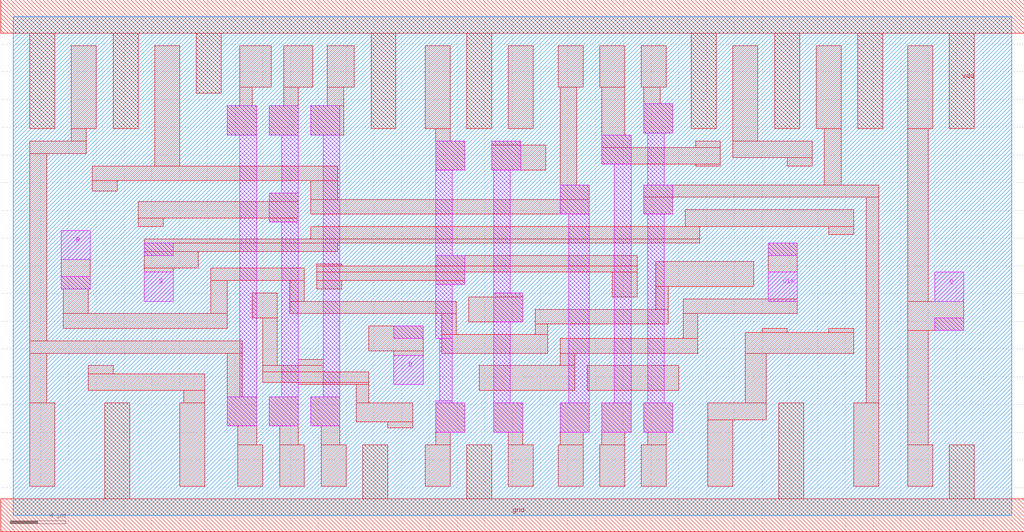
<source format=lef>
#--------------------------------------------------
# LEF file for Route & Via Rile
#  Ported from osu050 by GoodKook@gmail.com
#

VERSION 5.7 ;
  NOWIREEXTENSIONATPIN ON ;
  DIVIDERCHAR "/" ;
  BUSBITCHARS "[]" ;

UNITS
  DATABASE MICRONS 1000 ;
END UNITS

USEMINSPACING OBS ON ;
USEMINSPACING PIN OFF ;
CLEARANCEMEASURE EUCLIDEAN ;

MANUFACTURINGGRID 0.15 ;

LAYER nwell
  TYPE	MASTERSLICE ;
END nwell

LAYER nactive
  TYPE	MASTERSLICE ;
END nactive

LAYER pactive
  TYPE	MASTERSLICE ;
END pactive

LAYER poly
  TYPE	MASTERSLICE ;
END poly

LAYER cc
  TYPE	CUT ;
  SPACING	0.6 ;
END cc

LAYER metal1
  TYPE		ROUTING ;
  DIRECTION	VERTICAL ;
  PITCH		3.0 ;
  OFFSET	1.5 ;
  WIDTH	    0.9 ;   # ETRI050 Rule: WIDTH=0.8
  SPACING	1.05 ;  # ETRI050 Rule: SPACING=0.8(1.0)
  RESISTANCE	RPERSQ 0.09 ;
  CAPACITANCE	CPERSQDIST 3.2e-05 ;
END metal1

LAYER via1
  TYPE	CUT ;
  SPACING	0.9 ;
END via1

LAYER metal2
  TYPE		ROUTING ;
  DIRECTION	HORIZONTAL ;
  PITCH		3.0 ;
  OFFSET	1.5 ;
  WIDTH		1.05 ;  # ETRI050 Rule: WIDTH=1.0
  SPACING	1.2 ;   # ETRI050 Rule: SPACING=1.0(1.2)
  RESISTANCE	RPERSQ 0.09 ;
  CAPACITANCE	CPERSQDIST 1.6e-05 ;
END metal2

LAYER via2
  TYPE	CUT ;
  SPACING	0.9 ;
END via2

LAYER metal3
  TYPE		ROUTING ;
  DIRECTION	VERTICAL ;
  PITCH		3.0 ;
  OFFSET	1.5 ;
  WIDTH		1.2 ;   # ETRI050 Rule: WIDTH=1.2
  SPACING	1.2 ;   # ETRI050 Rule: SPACING=1.0(1.2)
  RESISTANCE	RPERSQ 0.05 ;
  CAPACITANCE	CPERSQDIST 1e-05 ;
END metal3

SPACING
  SAMENET cc   via1	0.900 ;
  SAMENET via1 via2	0.900 ;
END SPACING

VIA M2_M1 DEFAULT
  LAYER metal1 ;
    RECT -1.050 -1.050 1.050 1.050 ;
  LAYER via1 ;
    RECT -0.450 -0.450 0.450 0.450 ;
  LAYER metal2 ;
    RECT -1.050 -1.050 1.050 1.050 ;
END M2_M1

VIA M3_M2 DEFAULT
  LAYER metal2 ;
    RECT -1.050 -1.050 1.050 1.050 ;
  LAYER via2 ;
    RECT -0.450 -0.450 0.450 0.450 ;
  LAYER metal3 ;
    RECT -1.050 -1.050 1.050 1.050 ;
END M3_M2


VIARULE viagen21 GENERATE
  LAYER metal1 ;
    DIRECTION HORIZONTAL ;
    WIDTH 2.1 TO 210 ;
    OVERHANG 0.0 ;
    METALOVERHANG 0 ;
  LAYER metal2 ;
    DIRECTION VERTICAL ;
    WIDTH 2.1 TO 210 ;
    OVERHANG 0.0 ;
    METALOVERHANG 0 ;
  LAYER via1 ;
#    RECT -1.05 -1.05 1.05 1.05 ;
    RECT -0.450 -0.450 0.450 0.450 ;
    SPACING 0.9 BY 0.9 ;
END viagen21

VIARULE viagen32 GENERATE
  LAYER metal3 ;
    DIRECTION HORIZONTAL ;
    WIDTH 2.1 TO 210 ;
    OVERHANG 0.0 ;
    METALOVERHANG 0 ;
  LAYER metal2 ;
    DIRECTION VERTICAL ;
    WIDTH 2.1 TO 210 ;
    OVERHANG 0.0 ;
    METALOVERHANG 0 ;
  LAYER via2 ;
#    RECT -1.05 -1.05 1.05 1.05 ;
    RECT -0.450 -0.450 0.450 0.450 ;
    SPACING 0.9 BY 0.9 ;
END viagen32

VIARULE TURN1 GENERATE
  LAYER metal1 ;
    DIRECTION HORIZONTAL ;
  LAYER metal1 ;
    DIRECTION VERTICAL ;
END TURN1

VIARULE TURN2 GENERATE
  LAYER metal2 ;
    DIRECTION HORIZONTAL ;
  LAYER metal2 ;
    DIRECTION VERTICAL ;
END TURN2

VIARULE TURN3 GENERATE
  LAYER metal3 ;
    DIRECTION HORIZONTAL ;
  LAYER metal3 ;
    DIRECTION VERTICAL ;
END TURN3

SITE  corner
    CLASS	PAD ;
    SYMMETRY	R90 Y ;
    SIZE	300.000 BY 300.000 ;
END  corner

SITE  IO
    CLASS	PAD ;
    SYMMETRY	Y ;
    SIZE	90.000 BY 300.000 ;
END  IO

SITE  core
    CLASS	CORE ;
    SYMMETRY	Y ;
    SIZE	3.000 BY 30.000 ;
END  core

# =====================================================================
#  Core MACROS
# =====================================================================
MACRO AND2X1
  CLASS CORE ;
  FOREIGN AND2X1 ;
  ORIGIN 0.000 0.000 ;
  SIZE 15.000 BY 36.000 ;
  SYMMETRY X Y ;
  SITE core ;
  PIN A
    DIRECTION INPUT ;
    USE SIGNAL ;
    PORT
      LAYER metal2 ;
        RECT 0.450 15.450 2.550 17.550 ;
    END
  END A
  PIN B
    DIRECTION INPUT ;
    USE SIGNAL ;
    PORT
      LAYER metal2 ;
        RECT 6.450 18.450 8.550 20.550 ;
    END
  END B
  PIN Y
    DIRECTION OUTPUT ;
    USE SIGNAL ;
    PORT
      LAYER metal2 ;
        RECT 9.450 12.450 11.550 14.550 ;
    END
  END Y
  PIN vdd
    DIRECTION INOUT ;
    USE POWER ;
    SHAPE ABUTMENT ;
    PORT
      LAYER metal1 ;
        RECT -0.900 34.800 15.900 37.200 ;
        RECT 0.900 27.900 2.700 34.800 ;
        RECT 6.900 27.900 8.700 34.800 ;
    END
  END vdd
  PIN gnd
    DIRECTION INOUT ;
    USE GROUND ;
    SHAPE ABUTMENT ;
    PORT
      LAYER metal1 ;
        RECT 5.100 1.200 6.900 8.100 ;
        RECT -0.900 -1.200 15.900 1.200 ;
    END
  END gnd
  OBS
      LAYER metal1 ;
        RECT 3.900 27.900 5.700 33.900 ;
        RECT 9.900 27.900 11.700 33.900 ;
        RECT 0.450 13.350 2.550 15.450 ;
        RECT 0.600 11.550 2.400 13.350 ;
        RECT 4.050 10.350 5.100 27.900 ;
        RECT 6.450 16.350 8.550 18.450 ;
        RECT 9.900 16.650 11.100 27.900 ;
        RECT 6.600 14.550 8.400 16.350 ;
        RECT 9.450 14.550 11.550 16.650 ;
        RECT 6.600 10.350 8.400 10.800 ;
        RECT 0.900 9.000 8.400 10.350 ;
        RECT 0.900 2.100 2.700 9.000 ;
        RECT 9.450 5.850 10.500 14.550 ;
        RECT 8.400 5.100 10.500 5.850 ;
        RECT 8.400 2.100 10.200 5.100 ;
      LAYER metal2 ;
        RECT 6.450 16.350 8.550 17.250 ;
        RECT 9.450 15.750 11.550 16.650 ;
        RECT 0.450 13.350 2.550 14.250 ;
  END
END AND2X1
MACRO AND2X2
  CLASS CORE ;
  FOREIGN AND2X2 ;
  ORIGIN 0.000 0.000 ;
  SIZE 15.000 BY 36.000 ;
  SYMMETRY X Y ;
  SITE core ;
  PIN A
    DIRECTION INPUT ;
    USE SIGNAL ;
    PORT
      LAYER metal2 ;
        RECT 0.450 12.450 2.550 14.550 ;
    END
  END A
  PIN B
    DIRECTION INPUT ;
    USE SIGNAL ;
    PORT
      LAYER metal2 ;
        RECT 6.450 17.550 8.550 19.650 ;
    END
  END B
  PIN Y
    DIRECTION OUTPUT ;
    USE SIGNAL ;
    PORT
      LAYER metal2 ;
        RECT 9.450 12.450 11.550 14.550 ;
    END
  END Y
  PIN vdd
    DIRECTION INOUT ;
    USE POWER ;
    SHAPE ABUTMENT ;
    PORT
      LAYER metal1 ;
        RECT -0.900 34.800 15.900 37.200 ;
        RECT 0.900 27.900 2.700 34.800 ;
        RECT 7.500 21.900 9.300 34.800 ;
    END
  END vdd
  PIN gnd
    DIRECTION INOUT ;
    USE GROUND ;
    SHAPE ABUTMENT ;
    PORT
      LAYER metal1 ;
        RECT 5.400 1.200 7.200 8.100 ;
        RECT -0.900 -1.200 15.900 1.200 ;
    END
  END gnd
  OBS
      LAYER metal1 ;
        RECT 3.900 27.900 5.700 33.900 ;
        RECT 0.600 16.650 2.400 18.450 ;
        RECT 0.450 14.550 2.550 16.650 ;
        RECT 3.900 10.800 4.950 27.900 ;
        RECT 10.500 21.900 12.300 33.900 ;
        RECT 6.450 15.450 8.550 17.550 ;
        RECT 10.500 16.650 11.550 21.900 ;
        RECT 6.600 13.650 8.400 15.450 ;
        RECT 9.450 14.550 11.550 16.650 ;
        RECT 0.900 9.600 8.400 10.800 ;
        RECT 0.900 2.100 2.700 9.600 ;
        RECT 6.600 9.000 8.400 9.600 ;
        RECT 9.450 8.100 10.350 14.550 ;
        RECT 8.400 6.300 10.350 8.100 ;
        RECT 8.400 2.100 10.200 6.300 ;
      LAYER metal2 ;
        RECT 0.450 15.750 2.550 16.650 ;
        RECT 9.750 16.350 11.550 16.650 ;
        RECT 6.450 15.750 8.550 16.350 ;
        RECT 9.450 15.750 11.550 16.350 ;
        RECT 6.450 15.450 8.250 15.750 ;
  END
END AND2X2
MACRO AOI21X1
  CLASS CORE ;
  FOREIGN AOI21X1 ;
  ORIGIN 0.000 0.000 ;
  SIZE 15.000 BY 36.000 ;
  SYMMETRY X Y ;
  SITE core ;
  PIN A
    DIRECTION INPUT ;
    USE SIGNAL ;
    PORT
      LAYER metal2 ;
        RECT 0.450 15.450 2.550 17.550 ;
    END
  END A
  PIN B
    DIRECTION INPUT ;
    USE SIGNAL ;
    PORT
      LAYER metal2 ;
        RECT 3.450 9.450 5.550 11.550 ;
    END
  END B
  PIN C
    DIRECTION INPUT ;
    USE SIGNAL ;
    PORT
      LAYER metal2 ;
        RECT 6.450 15.450 8.550 17.550 ;
    END
  END C
  PIN Y
    DIRECTION OUTPUT ;
    USE SIGNAL ;
    PORT
      LAYER metal2 ;
        RECT 9.450 12.450 11.550 14.550 ;
    END
  END Y
  PIN vdd
    DIRECTION INOUT ;
    USE POWER ;
    SHAPE ABUTMENT ;
    PORT
      LAYER metal1 ;
        RECT -0.900 34.800 15.900 37.200 ;
        RECT 3.900 23.700 5.700 34.800 ;
    END
  END vdd
  PIN gnd
    DIRECTION INOUT ;
    USE GROUND ;
    SHAPE ABUTMENT ;
    PORT
      LAYER metal1 ;
        RECT 1.500 1.200 3.300 8.100 ;
        RECT 9.000 1.200 10.800 5.100 ;
        RECT -0.900 -1.200 15.900 1.200 ;
    END
  END gnd
  OBS
      LAYER metal1 ;
        RECT 0.900 22.800 2.700 33.900 ;
        RECT 6.900 22.800 8.700 33.900 ;
        RECT 0.900 21.900 8.700 22.800 ;
        RECT 9.900 21.900 11.700 33.900 ;
        RECT 10.200 16.650 11.100 21.900 ;
        RECT 0.450 13.350 2.550 15.450 ;
        RECT 3.600 13.650 5.400 15.450 ;
        RECT 0.600 11.550 2.400 13.350 ;
        RECT 3.450 11.550 5.550 13.650 ;
        RECT 6.450 13.350 8.550 15.450 ;
        RECT 9.450 14.550 11.550 16.650 ;
        RECT 6.600 11.550 8.400 13.350 ;
        RECT 10.200 8.100 11.100 14.550 ;
        RECT 5.700 6.450 11.100 8.100 ;
        RECT 5.700 2.100 7.500 6.450 ;
      LAYER metal2 ;
        RECT 9.750 15.750 11.550 16.650 ;
        RECT 0.450 13.350 2.550 14.250 ;
        RECT 3.450 12.750 5.550 13.650 ;
        RECT 6.450 13.350 8.250 14.250 ;
  END
END AOI21X1
MACRO AOI22X1
  CLASS CORE ;
  FOREIGN AOI22X1 ;
  ORIGIN 0.000 0.000 ;
  SIZE 18.000 BY 36.000 ;
  SYMMETRY X Y ;
  SITE core ;
  PIN A
    DIRECTION INPUT ;
    USE SIGNAL ;
    PORT
      LAYER metal2 ;
        RECT 0.450 12.450 2.550 14.550 ;
    END
  END A
  PIN B
    DIRECTION INPUT ;
    USE SIGNAL ;
    PORT
      LAYER metal2 ;
        RECT 3.450 15.450 5.550 17.550 ;
    END
  END B
  PIN C
    DIRECTION INPUT ;
    USE SIGNAL ;
    PORT
      LAYER metal2 ;
        RECT 12.450 12.450 14.550 14.550 ;
    END
  END C
  PIN D
    DIRECTION INPUT ;
    USE SIGNAL ;
    PORT
      LAYER metal2 ;
        RECT 9.450 15.450 11.550 17.550 ;
    END
  END D
  PIN Y
    DIRECTION OUTPUT ;
    USE SIGNAL ;
    PORT
      LAYER metal2 ;
        RECT 6.450 12.450 8.550 14.550 ;
    END
  END Y
  PIN vdd
    DIRECTION INOUT ;
    USE POWER ;
    SHAPE ABUTMENT ;
    PORT
      LAYER metal1 ;
        RECT -0.900 34.800 18.900 37.200 ;
        RECT 3.900 24.000 5.700 34.800 ;
    END
  END vdd
  PIN gnd
    DIRECTION INOUT ;
    USE GROUND ;
    SHAPE ABUTMENT ;
    PORT
      LAYER metal1 ;
        RECT 1.500 1.200 3.300 8.100 ;
        RECT 9.900 1.200 11.700 8.100 ;
        RECT -0.900 -1.200 18.900 1.200 ;
    END
  END gnd
  OBS
      LAYER metal1 ;
        RECT 0.900 23.100 2.700 33.900 ;
        RECT 6.900 33.000 14.700 33.900 ;
        RECT 6.900 23.100 8.700 33.000 ;
        RECT 0.900 22.200 8.700 23.100 ;
        RECT 9.900 21.000 11.700 32.100 ;
        RECT 12.900 21.900 14.700 33.000 ;
        RECT 7.650 20.100 11.700 21.000 ;
        RECT 0.750 16.650 2.550 18.450 ;
        RECT 7.650 16.650 8.550 20.100 ;
        RECT 12.600 16.650 14.400 18.450 ;
        RECT 0.450 14.550 2.550 16.650 ;
        RECT 3.450 13.350 5.550 15.450 ;
        RECT 3.750 11.550 5.550 13.350 ;
        RECT 6.450 14.550 8.550 16.650 ;
        RECT 6.450 8.100 7.500 14.550 ;
        RECT 9.450 13.350 11.550 15.450 ;
        RECT 12.450 14.550 14.550 16.650 ;
        RECT 9.450 11.550 11.250 13.350 ;
        RECT 5.700 2.100 7.500 8.100 ;
      LAYER metal2 ;
        RECT 0.450 15.750 2.250 16.650 ;
        RECT 6.750 15.750 8.250 16.650 ;
        RECT 12.750 15.750 14.550 16.650 ;
        RECT 3.750 13.350 5.250 14.250 ;
        RECT 9.750 13.350 11.250 14.250 ;
  END
END AOI22X1
MACRO BUFX2
  CLASS CORE ;
  FOREIGN BUFX2 ;
  ORIGIN 0.000 0.000 ;
  SIZE 12.000 BY 36.000 ;
  SYMMETRY X Y ;
  SITE core ;
  PIN A
    DIRECTION INPUT ;
    USE SIGNAL ;
    PORT
      LAYER metal2 ;
        RECT 0.450 12.450 2.550 14.550 ;
    END
  END A
  PIN Y
    DIRECTION OUTPUT ;
    USE SIGNAL ;
    PORT
      LAYER metal2 ;
        RECT 6.450 12.450 8.550 14.550 ;
    END
  END Y
  PIN vdd
    DIRECTION INOUT ;
    USE POWER ;
    SHAPE ABUTMENT ;
    PORT
      LAYER metal1 ;
        RECT -0.900 34.800 12.900 37.200 ;
        RECT 4.200 21.900 6.000 34.800 ;
    END
  END vdd
  PIN gnd
    DIRECTION INOUT ;
    USE GROUND ;
    SHAPE ABUTMENT ;
    PORT
      LAYER metal1 ;
        RECT 4.200 1.200 6.000 8.100 ;
        RECT -0.900 -1.200 12.900 1.200 ;
    END
  END gnd
  OBS
      LAYER metal1 ;
        RECT 0.900 27.900 2.700 33.900 ;
        RECT 0.900 21.000 2.100 27.900 ;
        RECT 7.200 21.900 9.000 33.900 ;
        RECT 0.900 20.100 6.600 21.000 ;
        RECT 4.650 19.200 6.600 20.100 ;
        RECT 0.600 16.650 2.400 18.450 ;
        RECT 0.450 14.550 2.550 16.650 ;
        RECT 4.650 10.800 5.550 19.200 ;
        RECT 7.500 16.650 8.700 21.900 ;
        RECT 6.450 14.550 8.700 16.650 ;
        RECT 4.650 9.900 6.600 10.800 ;
        RECT 1.500 9.000 6.600 9.900 ;
        RECT 1.500 5.100 2.700 9.000 ;
        RECT 7.500 8.100 8.700 14.550 ;
        RECT 0.900 2.100 2.700 5.100 ;
        RECT 7.200 2.100 9.000 8.100 ;
      LAYER metal2 ;
        RECT 0.450 15.750 2.550 16.650 ;
        RECT 6.450 15.750 8.550 16.650 ;
  END
END BUFX2
MACRO BUFX4
  CLASS CORE ;
  FOREIGN BUFX4 ;
  ORIGIN 0.000 0.000 ;
  SIZE 15.000 BY 36.000 ;
  SYMMETRY X Y ;
  SITE core ;
  PIN A
    DIRECTION INPUT ;
    USE SIGNAL ;
    PORT
      LAYER metal2 ;
        RECT 0.450 12.450 2.550 14.550 ;
    END
  END A
  PIN Y
    DIRECTION OUTPUT ;
    USE SIGNAL ;
    PORT
      LAYER metal2 ;
        RECT 9.450 12.450 11.550 14.550 ;
    END
  END Y
  PIN vdd
    DIRECTION INOUT ;
    USE POWER ;
    SHAPE ABUTMENT ;
    PORT
      LAYER metal1 ;
        RECT -0.900 34.800 16.050 37.200 ;
        RECT 4.200 21.900 6.000 34.800 ;
        RECT 10.200 21.900 12.000 34.800 ;
    END
  END vdd
  PIN gnd
    DIRECTION INOUT ;
    USE GROUND ;
    SHAPE ABUTMENT ;
    PORT
      LAYER metal1 ;
        RECT 4.200 1.200 6.000 8.100 ;
        RECT 10.200 1.200 12.000 8.100 ;
        RECT -0.900 -1.200 16.200 1.200 ;
    END
  END gnd
  OBS
      LAYER metal1 ;
        RECT 0.900 21.000 2.700 33.900 ;
        RECT 7.200 21.900 9.000 33.900 ;
        RECT 0.900 20.100 6.750 21.000 ;
        RECT 4.950 19.200 6.750 20.100 ;
        RECT 0.600 16.650 2.400 18.450 ;
        RECT 0.450 14.550 2.550 16.650 ;
        RECT 4.950 10.800 6.150 19.200 ;
        RECT 7.650 16.650 8.700 21.900 ;
        RECT 7.650 14.550 11.550 16.650 ;
        RECT 4.950 9.900 6.750 10.800 ;
        RECT 0.900 9.000 6.750 9.900 ;
        RECT 0.900 6.600 2.100 9.000 ;
        RECT 7.650 8.100 8.700 14.550 ;
        RECT 0.900 2.100 2.700 6.600 ;
        RECT 7.200 2.100 9.000 8.100 ;
      LAYER metal2 ;
        RECT 0.450 15.750 2.550 16.650 ;
        RECT 9.450 15.750 11.550 16.650 ;
  END
END BUFX4
MACRO CLKBUF1
  CLASS CORE ;
  FOREIGN CLKBUF1 ;
  ORIGIN 0.000 0.000 ;
  SIZE 30.000 BY 36.000 ;
  SYMMETRY X Y ;
  SITE core ;
  PIN A
    DIRECTION INPUT ;
    USE SIGNAL ;
    PORT
      LAYER metal2 ;
        RECT 3.450 15.450 5.550 17.550 ;
    END
  END A
  PIN Y
    DIRECTION OUTPUT ;
    USE SIGNAL ;
    PORT
      LAYER metal2 ;
        RECT 24.450 15.450 26.550 17.550 ;
    END
  END Y
  PIN vdd
    DIRECTION INOUT ;
    USE POWER ;
    SHAPE ABUTMENT ;
    PORT
      LAYER metal1 ;
        RECT -0.900 34.800 30.900 37.200 ;
        RECT 0.900 21.900 2.700 34.800 ;
        RECT 6.900 21.900 8.700 34.800 ;
        RECT 12.900 21.900 14.700 34.800 ;
        RECT 18.900 21.900 20.700 34.800 ;
        RECT 24.900 21.900 26.700 34.800 ;
    END
  END vdd
  PIN gnd
    DIRECTION INOUT ;
    USE GROUND ;
    SHAPE ABUTMENT ;
    PORT
      LAYER metal1 ;
        RECT 0.900 1.200 2.700 8.100 ;
        RECT 6.900 1.200 8.700 8.100 ;
        RECT 12.900 1.200 14.700 8.100 ;
        RECT 18.900 1.200 20.700 8.100 ;
        RECT 24.900 1.200 26.700 8.100 ;
        RECT -0.900 -1.200 30.900 1.200 ;
    END
  END gnd
  OBS
      LAYER metal1 ;
        RECT 3.900 21.000 5.700 33.900 ;
        RECT 9.900 21.000 11.700 33.900 ;
        RECT 15.900 21.000 17.700 33.900 ;
        RECT 21.900 21.000 23.700 33.900 ;
        RECT 3.900 19.800 7.800 21.000 ;
        RECT 9.900 19.800 13.800 21.000 ;
        RECT 15.900 19.800 19.800 21.000 ;
        RECT 21.900 19.800 24.600 21.000 ;
        RECT 3.450 13.350 5.550 15.450 ;
        RECT 3.600 11.550 5.400 13.350 ;
        RECT 6.600 12.300 7.800 19.800 ;
        RECT 9.000 12.300 10.800 12.900 ;
        RECT 6.600 11.100 10.800 12.300 ;
        RECT 12.600 12.300 13.800 19.800 ;
        RECT 15.000 12.300 16.800 12.900 ;
        RECT 12.600 11.100 16.800 12.300 ;
        RECT 18.600 12.300 19.800 19.800 ;
        RECT 23.700 15.450 24.600 19.800 ;
        RECT 23.700 13.350 26.550 15.450 ;
        RECT 21.000 12.300 22.800 12.900 ;
        RECT 18.600 11.100 22.800 12.300 ;
        RECT 6.600 10.200 7.800 11.100 ;
        RECT 12.600 10.200 13.800 11.100 ;
        RECT 18.600 10.200 19.800 11.100 ;
        RECT 23.700 10.200 24.600 13.350 ;
        RECT 3.900 9.000 7.800 10.200 ;
        RECT 9.900 9.000 13.800 10.200 ;
        RECT 15.900 9.000 19.800 10.200 ;
        RECT 21.900 9.000 24.600 10.200 ;
        RECT 3.900 2.100 5.700 9.000 ;
        RECT 9.900 2.100 11.700 9.000 ;
        RECT 15.900 2.100 17.700 9.000 ;
        RECT 21.900 2.100 23.700 9.000 ;
      LAYER metal2 ;
        RECT 3.450 13.350 5.550 14.250 ;
        RECT 24.450 13.350 26.550 14.250 ;
  END
END CLKBUF1
MACRO CLKBUF2
  CLASS CORE ;
  FOREIGN CLKBUF2 ;
  ORIGIN 0.000 0.000 ;
  SIZE 42.000 BY 36.000 ;
  SYMMETRY X Y ;
  SITE core ;
  PIN A
    DIRECTION INPUT ;
    USE SIGNAL ;
    PORT
      LAYER metal2 ;
        RECT 3.450 15.450 5.550 17.550 ;
    END
  END A
  PIN Y
    DIRECTION OUTPUT ;
    USE SIGNAL ;
    PORT
      LAYER metal2 ;
        RECT 36.450 15.450 38.550 17.550 ;
    END
  END Y
  PIN vdd
    DIRECTION INOUT ;
    USE POWER ;
    SHAPE ABUTMENT ;
    PORT
      LAYER metal1 ;
        RECT -0.900 34.800 42.900 37.200 ;
        RECT 0.900 21.900 2.700 34.800 ;
        RECT 6.900 21.900 8.700 34.800 ;
        RECT 12.900 21.900 14.700 34.800 ;
        RECT 18.900 21.900 20.700 34.800 ;
        RECT 24.900 21.900 26.700 34.800 ;
        RECT 30.900 21.900 32.700 34.800 ;
        RECT 36.900 21.900 38.700 34.800 ;
    END
  END vdd
  PIN gnd
    DIRECTION INOUT ;
    USE GROUND ;
    SHAPE ABUTMENT ;
    PORT
      LAYER metal1 ;
        RECT 0.900 1.200 2.700 8.100 ;
        RECT 6.900 1.200 8.700 8.100 ;
        RECT 12.900 1.200 14.700 8.100 ;
        RECT 18.900 1.200 20.700 8.100 ;
        RECT 24.900 1.200 26.700 8.100 ;
        RECT 30.900 1.200 32.700 8.100 ;
        RECT 36.900 1.200 38.700 8.100 ;
        RECT -0.900 -1.200 42.900 1.200 ;
    END
  END gnd
  OBS
      LAYER metal1 ;
        RECT 3.900 21.000 5.700 33.900 ;
        RECT 9.900 21.000 11.700 33.900 ;
        RECT 15.900 21.000 17.700 33.900 ;
        RECT 21.900 21.000 23.700 33.900 ;
        RECT 27.900 21.000 29.700 33.900 ;
        RECT 33.900 21.000 35.700 33.900 ;
        RECT 3.900 19.800 7.950 21.000 ;
        RECT 9.900 19.800 13.800 21.000 ;
        RECT 15.900 19.800 19.800 21.000 ;
        RECT 21.900 19.800 26.100 21.000 ;
        RECT 27.900 19.800 31.200 21.000 ;
        RECT 33.900 19.800 37.200 21.000 ;
        RECT 3.450 13.350 5.550 15.450 ;
        RECT 3.600 11.550 5.400 13.350 ;
        RECT 6.750 12.300 7.950 19.800 ;
        RECT 9.000 12.300 10.800 12.900 ;
        RECT 6.750 11.100 10.800 12.300 ;
        RECT 12.600 12.300 13.800 19.800 ;
        RECT 15.000 12.300 16.800 12.900 ;
        RECT 12.600 11.100 16.800 12.300 ;
        RECT 18.600 12.300 19.800 19.800 ;
        RECT 21.000 12.300 22.800 12.900 ;
        RECT 18.600 11.100 22.800 12.300 ;
        RECT 24.900 12.300 26.100 19.800 ;
        RECT 27.000 12.300 28.800 12.900 ;
        RECT 24.900 11.100 28.800 12.300 ;
        RECT 30.000 12.300 31.200 19.800 ;
        RECT 36.000 15.450 37.200 19.800 ;
        RECT 36.000 13.350 38.550 15.450 ;
        RECT 33.000 12.300 34.800 12.900 ;
        RECT 30.000 11.100 34.800 12.300 ;
        RECT 6.750 10.200 7.950 11.100 ;
        RECT 12.600 10.200 13.800 11.100 ;
        RECT 18.600 10.200 19.800 11.100 ;
        RECT 24.900 10.200 26.100 11.100 ;
        RECT 30.000 10.200 31.200 11.100 ;
        RECT 36.000 10.200 37.200 13.350 ;
        RECT 3.900 9.000 7.950 10.200 ;
        RECT 9.900 9.000 13.800 10.200 ;
        RECT 15.900 9.000 19.800 10.200 ;
        RECT 21.900 9.000 26.100 10.200 ;
        RECT 27.900 9.000 31.200 10.200 ;
        RECT 33.900 9.000 37.200 10.200 ;
        RECT 3.900 2.100 5.700 9.000 ;
        RECT 9.900 2.100 11.700 9.000 ;
        RECT 15.900 2.100 17.700 9.000 ;
        RECT 21.900 2.100 23.700 9.000 ;
        RECT 27.900 2.100 29.700 9.000 ;
        RECT 33.900 2.100 35.700 9.000 ;
      LAYER metal2 ;
        RECT 3.450 13.350 5.550 14.250 ;
        RECT 36.450 13.350 38.550 14.250 ;
  END
END CLKBUF2
MACRO CLKBUF3
  CLASS CORE ;
  FOREIGN CLKBUF3 ;
  ORIGIN 0.000 0.000 ;
  SIZE 54.000 BY 36.000 ;
  SYMMETRY X Y ;
  SITE core ;
  PIN A
    DIRECTION INPUT ;
    USE SIGNAL ;
    PORT
      LAYER metal2 ;
        RECT 3.450 15.450 5.550 17.550 ;
    END
  END A
  PIN Y
    DIRECTION OUTPUT ;
    USE SIGNAL ;
    PORT
      LAYER metal2 ;
        RECT 48.450 15.450 50.550 17.550 ;
    END
  END Y
  PIN vdd
    DIRECTION INOUT ;
    USE POWER ;
    SHAPE ABUTMENT ;
    PORT
      LAYER metal1 ;
        RECT -0.900 34.800 54.900 37.200 ;
        RECT 0.900 21.900 2.700 34.800 ;
        RECT 6.900 21.900 8.700 34.800 ;
        RECT 12.900 21.900 14.700 34.800 ;
        RECT 18.900 21.900 20.700 34.800 ;
        RECT 24.900 21.900 26.700 34.800 ;
        RECT 30.900 21.900 32.700 34.800 ;
        RECT 36.900 21.900 38.700 34.800 ;
        RECT 42.900 21.900 44.700 34.800 ;
        RECT 48.900 21.900 50.700 34.800 ;
    END
  END vdd
  PIN gnd
    DIRECTION INOUT ;
    USE GROUND ;
    SHAPE ABUTMENT ;
    PORT
      LAYER metal1 ;
        RECT 0.900 1.200 2.700 8.100 ;
        RECT 6.900 1.200 8.700 8.100 ;
        RECT 12.900 1.200 14.700 8.100 ;
        RECT 18.900 1.200 20.700 8.100 ;
        RECT 24.900 1.200 26.700 8.100 ;
        RECT 30.900 1.200 32.700 8.100 ;
        RECT 36.900 1.200 38.700 8.100 ;
        RECT 42.900 1.200 44.700 8.100 ;
        RECT 48.900 1.200 50.700 8.100 ;
        RECT -0.900 -1.200 55.200 1.200 ;
    END
  END gnd
  OBS
      LAYER metal1 ;
        RECT 3.900 21.000 5.700 33.900 ;
        RECT 9.900 21.000 11.700 33.900 ;
        RECT 15.900 21.000 17.700 33.900 ;
        RECT 21.900 21.000 23.700 33.900 ;
        RECT 27.900 21.000 29.700 33.900 ;
        RECT 33.900 21.000 35.700 33.900 ;
        RECT 39.900 21.000 41.700 33.900 ;
        RECT 45.900 21.000 47.700 33.900 ;
        RECT 3.900 19.800 7.800 21.000 ;
        RECT 9.900 19.800 13.800 21.000 ;
        RECT 15.900 19.800 19.800 21.000 ;
        RECT 21.900 19.800 26.100 21.000 ;
        RECT 27.900 19.800 31.200 21.000 ;
        RECT 33.900 19.800 37.800 21.000 ;
        RECT 39.900 19.800 42.900 21.000 ;
        RECT 45.900 19.800 49.050 21.000 ;
        RECT 3.450 13.350 5.550 15.450 ;
        RECT 3.600 11.550 5.400 13.350 ;
        RECT 6.750 12.900 7.800 19.800 ;
        RECT 12.600 12.900 13.800 19.800 ;
        RECT 18.600 12.900 19.800 19.800 ;
        RECT 24.900 12.900 26.100 19.800 ;
        RECT 30.000 12.900 31.200 19.800 ;
        RECT 36.600 12.900 37.800 19.800 ;
        RECT 41.700 12.900 42.900 19.800 ;
        RECT 47.850 15.450 49.050 19.800 ;
        RECT 47.850 13.350 50.550 15.450 ;
        RECT 6.750 11.100 10.800 12.900 ;
        RECT 12.600 11.100 16.800 12.900 ;
        RECT 18.600 11.100 22.800 12.900 ;
        RECT 24.900 11.100 28.800 12.900 ;
        RECT 30.000 11.100 34.800 12.900 ;
        RECT 36.600 11.100 40.800 12.900 ;
        RECT 41.700 11.100 46.800 12.900 ;
        RECT 6.750 10.200 7.800 11.100 ;
        RECT 12.600 10.200 13.800 11.100 ;
        RECT 18.600 10.200 19.800 11.100 ;
        RECT 24.900 10.200 26.100 11.100 ;
        RECT 30.000 10.200 31.200 11.100 ;
        RECT 36.600 10.200 37.800 11.100 ;
        RECT 41.700 10.200 42.900 11.100 ;
        RECT 47.850 10.200 49.050 13.350 ;
        RECT 3.900 9.000 7.800 10.200 ;
        RECT 9.900 9.000 13.800 10.200 ;
        RECT 15.900 9.000 19.800 10.200 ;
        RECT 21.900 9.000 26.100 10.200 ;
        RECT 27.900 9.000 31.200 10.200 ;
        RECT 33.900 9.000 37.800 10.200 ;
        RECT 39.900 9.000 42.900 10.200 ;
        RECT 45.900 9.000 49.050 10.200 ;
        RECT 3.900 2.100 5.700 9.000 ;
        RECT 9.900 2.100 11.700 9.000 ;
        RECT 15.900 2.100 17.700 9.000 ;
        RECT 21.900 2.100 23.700 9.000 ;
        RECT 27.900 2.100 29.700 9.000 ;
        RECT 33.900 2.100 35.700 9.000 ;
        RECT 39.900 2.100 41.700 9.000 ;
        RECT 45.900 2.100 47.700 9.000 ;
      LAYER metal2 ;
        RECT 3.450 13.350 5.550 14.250 ;
        RECT 48.450 13.350 50.550 14.250 ;
  END
END CLKBUF3
MACRO DFFNEGX1
  CLASS CORE ;
  FOREIGN DFFNEGX1 ;
  ORIGIN 0.000 0.000 ;
  SIZE 36.000 BY 36.000 ;
  SYMMETRY X Y ;
  SITE core ;
  PIN D
    DIRECTION INPUT ;
    USE SIGNAL ;
    PORT
      LAYER metal2 ;
        RECT 3.450 12.450 5.550 14.550 ;
    END
  END D
  PIN CLK
    DIRECTION INPUT ;
    USE CLOCK ;
    PORT
      LAYER metal2 ;
        RECT 15.450 12.450 17.550 14.550 ;
    END
  END CLK
  PIN Q
    DIRECTION OUTPUT ;
    USE SIGNAL ;
    PORT
      LAYER metal2 ;
        RECT 30.450 12.450 32.550 14.550 ;
    END
  END Q
  PIN vdd
    DIRECTION INOUT ;
    USE POWER ;
    SHAPE ABUTMENT ;
    PORT
      LAYER metal1 ;
        RECT -0.900 34.800 36.900 37.200 ;
        RECT 3.900 27.900 5.700 34.800 ;
        RECT 13.500 27.900 15.300 34.800 ;
        RECT 20.100 27.900 21.900 34.800 ;
        RECT 29.100 30.900 30.900 34.800 ;
    END
  END vdd
  PIN gnd
    DIRECTION INOUT ;
    USE GROUND ;
    SHAPE ABUTMENT ;
    PORT
      LAYER metal1 ;
        RECT 3.900 1.200 5.700 5.100 ;
        RECT 13.200 1.200 15.000 5.100 ;
        RECT 20.100 1.200 21.900 5.100 ;
        RECT 29.100 1.200 30.900 5.100 ;
        RECT -0.900 -1.200 36.900 1.200 ;
    END
  END gnd
  OBS
      LAYER metal1 ;
        RECT 0.900 21.300 2.700 33.900 ;
        RECT 8.700 29.100 10.500 33.900 ;
        RECT 6.900 27.900 10.500 29.100 ;
        RECT 6.900 27.300 8.550 27.900 ;
        RECT 6.450 25.200 8.550 27.300 ;
        RECT 16.500 27.000 18.300 33.900 ;
        RECT 24.600 27.900 26.400 33.900 ;
        RECT 9.600 24.300 11.400 27.000 ;
        RECT 12.600 25.800 19.200 27.000 ;
        RECT 24.300 25.800 26.400 27.900 ;
        RECT 12.600 25.200 14.400 25.800 ;
        RECT 17.400 25.200 19.200 25.800 ;
        RECT 9.450 22.200 11.550 24.300 ;
        RECT 25.200 24.000 27.000 24.600 ;
        RECT 20.100 22.800 27.000 24.000 ;
        RECT 20.100 22.200 21.900 22.800 ;
        RECT 20.100 21.300 21.000 22.200 ;
        RECT 0.900 20.100 21.000 21.300 ;
        RECT 32.100 21.900 33.900 33.900 ;
        RECT 0.900 8.100 1.800 20.100 ;
        RECT 7.800 19.500 9.600 20.100 ;
        RECT 14.400 18.600 16.200 19.200 ;
        RECT 3.600 16.650 5.400 18.450 ;
        RECT 6.450 17.400 16.200 18.600 ;
        RECT 24.300 18.000 26.400 18.600 ;
        RECT 29.400 18.000 31.200 18.600 ;
        RECT 3.450 14.550 5.550 16.650 ;
        RECT 6.450 16.500 8.550 17.400 ;
        RECT 24.300 16.800 31.200 18.000 ;
        RECT 24.300 16.500 26.400 16.800 ;
        RECT 9.450 11.400 11.550 13.200 ;
        RECT 32.100 12.450 33.300 21.900 ;
        RECT 15.450 11.400 17.550 12.450 ;
        RECT 30.450 12.150 33.300 12.450 ;
        RECT 2.850 10.200 23.700 11.400 ;
        RECT 27.000 10.350 33.300 12.150 ;
        RECT 2.850 9.600 4.650 10.200 ;
        RECT 7.800 9.000 9.600 10.200 ;
        RECT 21.900 8.700 23.700 10.200 ;
        RECT 32.100 8.100 33.300 10.350 ;
        RECT 0.900 2.100 2.700 8.100 ;
        RECT 6.450 6.000 8.550 8.100 ;
        RECT 12.600 7.200 14.400 7.800 ;
        RECT 12.600 6.000 17.700 7.200 ;
        RECT 6.900 5.100 8.550 6.000 ;
        RECT 16.500 5.100 17.700 6.000 ;
        RECT 6.900 4.050 10.500 5.100 ;
        RECT 8.700 2.100 10.500 4.050 ;
        RECT 16.500 2.100 18.300 5.100 ;
        RECT 24.300 4.200 26.400 7.200 ;
        RECT 24.600 2.100 26.400 4.200 ;
        RECT 32.100 2.100 33.900 8.100 ;
      LAYER metal2 ;
        RECT 6.450 25.200 8.550 27.300 ;
        RECT 24.300 25.800 26.400 27.900 ;
        RECT 7.050 18.600 8.100 25.200 ;
        RECT 9.450 22.200 11.550 24.300 ;
        RECT 3.450 15.750 5.550 16.650 ;
        RECT 6.450 16.500 8.550 18.600 ;
        RECT 7.050 8.100 8.100 16.500 ;
        RECT 10.050 13.200 11.400 22.200 ;
        RECT 24.300 18.600 25.500 25.800 ;
        RECT 24.300 16.500 26.400 18.600 ;
        RECT 9.450 11.100 11.550 13.200 ;
        RECT 15.450 10.350 17.550 11.250 ;
        RECT 6.450 6.000 8.550 8.100 ;
        RECT 24.300 7.200 25.500 16.500 ;
        RECT 30.450 10.350 32.550 11.250 ;
        RECT 24.300 5.100 26.400 7.200 ;
  END
END DFFNEGX1
MACRO DFFPOSX1
  CLASS CORE ;
  FOREIGN DFFPOSX1 ;
  ORIGIN 0.000 0.000 ;
  SIZE 36.000 BY 36.000 ;
  SYMMETRY X Y ;
  SITE core ;
  PIN D
    DIRECTION INPUT ;
    USE SIGNAL ;
    PORT
      LAYER metal2 ;
        RECT 12.450 12.450 14.550 14.550 ;
    END
  END D
  PIN CLK
    DIRECTION INPUT ;
    USE CLOCK ;
    PORT
      LAYER metal2 ;
        RECT 18.450 12.450 20.550 14.550 ;
    END
  END CLK
  PIN Q
    DIRECTION OUTPUT ;
    USE SIGNAL ;
    PORT
      LAYER metal2 ;
        RECT 30.450 12.450 32.550 14.550 ;
    END
  END Q
  PIN vdd
    DIRECTION INOUT ;
    USE POWER ;
    SHAPE ABUTMENT ;
    PORT
      LAYER metal1 ;
        RECT -0.900 34.800 36.900 37.200 ;
        RECT 4.650 27.900 6.450 34.800 ;
        RECT 14.850 27.900 16.650 34.800 ;
        RECT 21.450 27.900 23.250 34.800 ;
        RECT 30.150 30.900 31.950 34.800 ;
    END
  END vdd
  PIN gnd
    DIRECTION INOUT ;
    USE GROUND ;
    SHAPE ABUTMENT ;
    PORT
      LAYER metal1 ;
        RECT 4.650 1.200 6.450 5.100 ;
        RECT 13.950 1.200 15.750 5.100 ;
        RECT 20.850 1.200 22.650 5.100 ;
        RECT 29.850 1.200 31.650 5.100 ;
        RECT -0.900 -1.200 36.900 1.200 ;
    END
  END gnd
  OBS
      LAYER metal1 ;
        RECT 1.650 21.900 3.450 33.900 ;
        RECT 10.050 27.900 11.850 33.900 ;
        RECT 10.050 27.000 11.250 27.900 ;
        RECT 17.850 27.000 19.650 33.900 ;
        RECT 25.650 27.900 27.450 33.900 ;
        RECT 6.450 24.900 11.250 27.000 ;
        RECT 13.950 25.950 20.550 27.000 ;
        RECT 13.950 25.200 15.750 25.950 ;
        RECT 18.750 25.200 20.550 25.950 ;
        RECT 25.650 25.800 29.550 27.900 ;
        RECT 10.050 24.000 11.250 24.900 ;
        RECT 22.950 24.300 24.750 24.900 ;
        RECT 10.050 22.800 17.550 24.000 ;
        RECT 15.750 22.200 17.550 22.800 ;
        RECT 18.450 23.400 24.750 24.300 ;
        RECT 1.650 21.300 12.750 21.900 ;
        RECT 18.450 21.300 19.350 23.400 ;
        RECT 22.950 23.100 24.750 23.400 ;
        RECT 25.650 23.100 28.350 24.900 ;
        RECT 25.650 22.200 26.550 23.100 ;
        RECT 1.650 20.700 19.350 21.300 ;
        RECT 1.650 8.100 2.550 20.700 ;
        RECT 10.950 20.400 19.350 20.700 ;
        RECT 20.550 21.300 26.550 22.200 ;
        RECT 27.450 21.300 29.550 22.200 ;
        RECT 33.150 21.900 34.950 33.900 ;
        RECT 10.950 20.100 12.750 20.400 ;
        RECT 20.550 16.650 21.450 21.300 ;
        RECT 27.450 20.100 31.650 21.300 ;
        RECT 30.750 18.300 32.550 20.100 ;
        RECT 12.450 15.600 14.550 16.650 ;
        RECT 3.600 13.650 5.400 15.450 ;
        RECT 6.600 14.550 14.550 15.600 ;
        RECT 18.450 14.550 21.450 16.650 ;
        RECT 6.600 13.800 8.400 14.550 ;
        RECT 4.500 12.900 5.400 13.650 ;
        RECT 9.600 12.900 11.400 13.500 ;
        RECT 4.500 11.700 11.400 12.900 ;
        RECT 10.350 10.500 11.400 11.700 ;
        RECT 20.550 10.500 21.450 14.550 ;
        RECT 30.450 14.250 32.550 14.550 ;
        RECT 28.650 12.450 32.550 14.250 ;
        RECT 33.750 12.450 34.950 21.900 ;
        RECT 10.350 9.600 21.450 10.500 ;
        RECT 30.450 10.350 34.950 12.450 ;
        RECT 10.350 8.700 11.400 9.600 ;
        RECT 20.550 9.300 21.450 9.600 ;
        RECT 1.650 2.100 3.450 8.100 ;
        RECT 6.450 6.000 8.550 8.100 ;
        RECT 10.050 6.900 11.850 8.700 ;
        RECT 13.350 7.950 15.150 8.700 ;
        RECT 13.350 6.900 18.300 7.950 ;
        RECT 20.550 7.500 22.350 9.300 ;
        RECT 33.750 8.100 34.950 10.350 ;
        RECT 27.450 7.200 29.550 8.100 ;
        RECT 7.500 5.100 8.550 6.000 ;
        RECT 17.250 5.100 18.300 6.900 ;
        RECT 25.800 6.000 29.550 7.200 ;
        RECT 25.800 5.100 26.850 6.000 ;
        RECT 7.500 4.200 11.250 5.100 ;
        RECT 9.450 2.100 11.250 4.200 ;
        RECT 17.250 2.100 19.050 5.100 ;
        RECT 25.050 2.100 26.850 5.100 ;
        RECT 33.150 2.100 34.950 8.100 ;
      LAYER metal2 ;
        RECT 6.450 24.900 8.550 27.000 ;
        RECT 27.450 25.800 29.550 27.900 ;
        RECT 7.200 8.100 8.400 24.900 ;
        RECT 27.450 22.200 28.650 25.800 ;
        RECT 27.450 20.100 29.550 22.200 ;
        RECT 12.450 15.750 14.550 16.650 ;
        RECT 18.450 15.750 20.550 16.650 ;
        RECT 27.450 8.100 28.650 20.100 ;
        RECT 30.450 10.350 32.550 11.250 ;
        RECT 6.450 6.000 8.550 8.100 ;
        RECT 27.450 6.000 29.550 8.100 ;
  END
END DFFPOSX1
MACRO DFFSR
  CLASS CORE ;
  FOREIGN DFFSR ;
  ORIGIN 0.000 0.000 ;
  SIZE 72.000 BY 36.000 ;
  SYMMETRY X Y ;
  SITE core ;
  PIN R
    DIRECTION INPUT ;
    USE SIGNAL ;
    PORT
      LAYER metal2 ;
        RECT 3.450 18.450 5.550 20.550 ;
    END
  END R
  PIN S
    DIRECTION INPUT ;
    USE SIGNAL ;
    PORT
      LAYER metal2 ;
        RECT 9.450 15.450 11.550 17.550 ;
    END
  END S
  PIN D
    DIRECTION INPUT ;
    USE SIGNAL ;
    PORT
      LAYER metal2 ;
        RECT 27.450 9.450 29.550 11.550 ;
    END
  END D
  PIN CLK
    DIRECTION INPUT ;
    USE SIGNAL ;
    PORT
      LAYER metal2 ;
        RECT 54.450 15.450 56.550 17.550 ;
    END
  END CLK
  PIN Q
    DIRECTION OUTPUT ;
    USE SIGNAL ;
    PORT
      LAYER metal2 ;
        RECT 66.450 15.450 68.550 17.550 ;
    END
  END Q
  PIN vdd
    DIRECTION INOUT ;
    USE POWER ;
    SHAPE ABUTMENT ;
    PORT
      LAYER metal1 ;
        RECT -0.900 34.800 72.900 37.200 ;
        RECT 1.200 27.900 3.000 34.800 ;
        RECT 7.200 27.900 9.000 34.800 ;
        RECT 13.200 30.450 15.000 34.800 ;
        RECT 25.800 27.900 27.600 34.800 ;
        RECT 32.700 27.900 34.500 34.800 ;
        RECT 48.900 27.900 50.700 34.800 ;
        RECT 54.900 27.900 56.700 34.800 ;
        RECT 60.900 27.900 62.700 34.800 ;
        RECT 67.500 27.900 69.300 34.800 ;
    END
  END vdd
  PIN gnd
    DIRECTION INOUT ;
    USE GROUND ;
    SHAPE ABUTMENT ;
    PORT
      LAYER metal1 ;
        RECT 6.600 1.200 8.400 8.100 ;
        RECT 25.200 1.200 27.000 5.100 ;
        RECT 32.700 1.200 34.500 5.100 ;
        RECT 55.200 1.200 57.000 8.100 ;
        RECT 67.500 1.200 69.300 5.100 ;
        RECT -0.900 -1.200 72.900 1.200 ;
    END
  END gnd
  OBS
      LAYER metal1 ;
        RECT 4.200 27.900 6.000 33.900 ;
        RECT 4.200 27.000 5.250 27.900 ;
        RECT 1.200 26.100 5.250 27.000 ;
        RECT 1.200 12.600 2.400 26.100 ;
        RECT 10.200 25.200 12.000 33.900 ;
        RECT 16.350 30.900 18.600 33.900 ;
        RECT 19.500 30.900 21.600 33.900 ;
        RECT 22.650 30.900 24.600 33.900 ;
        RECT 16.350 29.550 17.250 30.900 ;
        RECT 19.500 29.550 20.550 30.900 ;
        RECT 22.650 29.550 23.850 30.900 ;
        RECT 15.450 27.450 17.550 29.550 ;
        RECT 18.450 27.450 20.550 29.550 ;
        RECT 21.450 27.450 23.850 29.550 ;
        RECT 29.700 27.900 31.500 33.900 ;
        RECT 35.700 27.900 37.500 33.900 ;
        RECT 39.300 30.900 41.100 33.900 ;
        RECT 42.300 30.900 44.100 33.900 ;
        RECT 45.300 30.900 47.100 33.900 ;
        RECT 30.450 27.000 31.500 27.900 ;
        RECT 5.700 24.150 23.400 25.200 ;
        RECT 30.450 24.900 32.550 27.000 ;
        RECT 34.500 26.700 36.600 27.000 ;
        RECT 34.500 24.900 38.400 26.700 ;
        RECT 5.700 23.400 7.500 24.150 ;
        RECT 18.450 22.650 20.550 23.250 ;
        RECT 9.000 21.450 20.550 22.650 ;
        RECT 21.450 22.800 23.400 24.150 ;
        RECT 39.450 23.850 40.650 30.900 ;
        RECT 42.450 27.450 44.100 30.900 ;
        RECT 45.450 29.700 46.650 30.900 ;
        RECT 45.450 27.600 47.550 29.700 ;
        RECT 42.450 26.550 44.550 27.450 ;
        RECT 51.900 27.000 53.700 33.900 ;
        RECT 57.900 27.900 59.700 33.900 ;
        RECT 49.200 26.550 51.000 27.000 ;
        RECT 42.450 25.350 51.000 26.550 ;
        RECT 51.900 25.800 57.600 27.000 ;
        RECT 49.200 25.200 51.000 25.350 ;
        RECT 55.800 25.200 57.600 25.800 ;
        RECT 58.500 23.850 59.700 27.900 ;
        RECT 64.500 27.900 66.300 33.900 ;
        RECT 39.450 22.800 41.550 23.850 ;
        RECT 21.450 21.750 41.550 22.800 ;
        RECT 45.450 22.950 62.400 23.850 ;
        RECT 45.450 21.750 47.550 22.950 ;
        RECT 9.000 20.850 10.800 21.450 ;
        RECT 18.450 21.150 20.550 21.450 ;
        RECT 48.450 20.850 60.600 22.050 ;
        RECT 21.450 19.950 49.500 20.850 ;
        RECT 58.800 20.250 60.600 20.850 ;
        RECT 9.450 19.650 49.500 19.950 ;
        RECT 9.450 19.050 23.400 19.650 ;
        RECT 3.450 16.350 5.550 18.450 ;
        RECT 9.450 17.850 13.350 19.050 ;
        RECT 21.900 18.000 23.700 18.150 ;
        RECT 30.450 18.000 45.000 18.750 ;
        RECT 9.450 17.550 11.550 17.850 ;
        RECT 14.250 16.950 21.000 17.850 ;
        RECT 3.600 14.550 5.400 16.350 ;
        RECT 14.250 14.550 15.450 16.950 ;
        RECT 3.600 13.500 15.450 14.550 ;
        RECT 17.250 14.250 19.050 16.050 ;
        RECT 19.950 15.450 21.000 16.950 ;
        RECT 21.900 17.550 45.000 18.000 ;
        RECT 21.900 16.950 32.550 17.550 ;
        RECT 21.900 16.350 23.700 16.950 ;
        RECT 30.450 16.650 32.550 16.950 ;
        RECT 34.650 15.750 36.750 16.050 ;
        RECT 43.200 15.750 45.000 17.550 ;
        RECT 46.350 16.500 53.400 18.300 ;
        RECT 54.450 17.550 56.550 19.650 ;
        RECT 19.950 14.550 31.950 15.450 ;
        RECT 1.200 11.700 16.500 12.600 ;
        RECT 1.200 8.100 2.400 11.700 ;
        RECT 5.400 10.200 7.200 10.800 ;
        RECT 5.400 9.000 13.800 10.200 ;
        RECT 12.300 8.100 13.800 9.000 ;
        RECT 1.200 2.100 3.000 8.100 ;
        RECT 12.000 2.100 13.800 8.100 ;
        RECT 15.450 8.550 16.500 11.700 ;
        RECT 18.000 10.800 19.050 14.250 ;
        RECT 25.650 11.850 29.550 13.650 ;
        RECT 27.450 11.550 29.550 11.850 ;
        RECT 30.900 13.050 31.950 14.550 ;
        RECT 32.850 13.950 36.750 15.750 ;
        RECT 46.350 14.850 47.250 16.500 ;
        RECT 37.650 13.800 47.250 14.850 ;
        RECT 48.300 14.550 56.550 15.600 ;
        RECT 37.650 13.050 38.550 13.800 ;
        RECT 30.900 11.700 38.550 13.050 ;
        RECT 48.300 12.750 49.350 14.550 ;
        RECT 54.000 13.200 55.800 13.500 ;
        RECT 58.800 13.200 60.600 13.500 ;
        RECT 39.450 11.700 49.350 12.750 ;
        RECT 52.800 11.700 60.600 13.200 ;
        RECT 20.550 10.800 22.350 11.250 ;
        RECT 39.450 10.800 40.500 11.700 ;
        RECT 18.000 10.350 22.350 10.800 ;
        RECT 18.000 9.600 25.650 10.350 ;
        RECT 20.550 9.450 25.650 9.600 ;
        RECT 15.450 6.450 17.550 8.550 ;
        RECT 18.450 6.450 20.550 8.550 ;
        RECT 21.450 6.450 23.550 8.550 ;
        RECT 24.750 8.100 25.650 9.450 ;
        RECT 33.600 9.000 40.500 10.800 ;
        RECT 41.400 9.000 48.000 10.800 ;
        RECT 52.800 8.100 54.300 11.700 ;
        RECT 61.500 8.100 62.400 22.950 ;
        RECT 24.750 6.750 28.800 8.100 ;
        RECT 16.200 5.100 17.550 6.450 ;
        RECT 19.200 5.100 20.550 6.450 ;
        RECT 22.200 5.100 23.550 6.450 ;
        RECT 27.000 6.300 28.800 6.750 ;
        RECT 30.450 6.000 32.550 8.100 ;
        RECT 34.650 6.000 36.750 8.100 ;
        RECT 30.450 5.100 31.500 6.000 ;
        RECT 16.200 2.100 18.000 5.100 ;
        RECT 19.200 2.100 21.000 5.100 ;
        RECT 22.200 2.100 24.000 5.100 ;
        RECT 29.700 2.100 31.500 5.100 ;
        RECT 35.700 5.100 36.750 6.000 ;
        RECT 39.450 6.000 41.550 8.100 ;
        RECT 42.450 6.000 44.550 8.100 ;
        RECT 45.450 6.000 47.550 8.100 ;
        RECT 50.100 6.900 54.300 8.100 ;
        RECT 39.450 5.100 41.100 6.000 ;
        RECT 42.450 5.100 44.100 6.000 ;
        RECT 45.750 5.100 47.100 6.000 ;
        RECT 35.700 2.100 37.500 5.100 ;
        RECT 39.300 2.100 41.100 5.100 ;
        RECT 42.300 2.100 44.100 5.100 ;
        RECT 45.300 2.100 47.100 5.100 ;
        RECT 50.100 2.100 51.900 6.900 ;
        RECT 60.600 2.100 62.400 8.100 ;
        RECT 64.500 15.450 66.000 27.900 ;
        RECT 64.500 13.350 68.550 15.450 ;
        RECT 64.500 5.100 66.000 13.350 ;
        RECT 64.500 2.100 66.300 5.100 ;
      LAYER metal2 ;
        RECT 15.450 27.450 17.550 29.550 ;
        RECT 18.450 27.450 20.550 29.550 ;
        RECT 21.450 27.450 23.550 29.550 ;
        RECT 45.450 27.600 47.550 29.700 ;
        RECT 9.450 18.750 11.550 19.650 ;
        RECT 3.450 16.350 5.550 17.250 ;
        RECT 16.350 8.550 17.550 27.450 ;
        RECT 19.350 23.250 20.550 27.450 ;
        RECT 18.450 21.150 20.550 23.250 ;
        RECT 19.350 8.550 20.550 21.150 ;
        RECT 22.350 8.550 23.550 27.450 ;
        RECT 30.450 24.900 32.550 27.000 ;
        RECT 34.500 24.900 36.600 27.000 ;
        RECT 42.450 25.350 44.550 27.450 ;
        RECT 30.450 18.750 31.650 24.900 ;
        RECT 30.450 16.650 32.550 18.750 ;
        RECT 27.450 12.750 29.550 13.650 ;
        RECT 30.450 12.750 31.650 16.650 ;
        RECT 15.450 6.450 17.550 8.550 ;
        RECT 18.450 6.450 20.550 8.550 ;
        RECT 21.450 6.450 23.550 8.550 ;
        RECT 30.750 8.250 31.650 12.750 ;
        RECT 30.450 8.100 31.650 8.250 ;
        RECT 34.650 16.050 35.850 24.900 ;
        RECT 39.450 21.750 41.550 23.850 ;
        RECT 34.650 13.950 36.750 16.050 ;
        RECT 34.650 8.100 35.850 13.950 ;
        RECT 40.050 8.100 41.550 21.750 ;
        RECT 43.350 8.100 44.550 25.350 ;
        RECT 45.750 23.850 46.950 27.600 ;
        RECT 45.450 21.750 47.550 23.850 ;
        RECT 45.750 8.100 46.950 21.750 ;
        RECT 54.450 18.750 56.550 19.650 ;
        RECT 66.450 13.350 68.550 14.250 ;
        RECT 30.450 6.000 32.550 8.100 ;
        RECT 34.650 6.000 36.750 8.100 ;
        RECT 39.450 6.000 41.550 8.100 ;
        RECT 42.450 6.000 44.550 8.100 ;
        RECT 45.450 6.000 47.550 8.100 ;
  END
END DFFSR
MACRO FAX1
  CLASS CORE ;
  FOREIGN FAX1 ;
  ORIGIN 0.000 0.000 ;
  SIZE 45.000 BY 39.000 ;
  SYMMETRY X Y ;
  SITE core ;
  PIN A
    DIRECTION INPUT ;
    USE SIGNAL ;
    PORT
      LAYER metal2 ;
        RECT 3.900 12.900 5.100 15.450 ;
    END
  END A
  PIN B
    DIRECTION INPUT ;
    USE SIGNAL ;
    PORT
      LAYER metal2 ;
        RECT 30.900 12.900 32.100 15.450 ;
    END
  END B
  PIN C
    DIRECTION INPUT ;
    USE SIGNAL ;
    PORT
      LAYER metal2 ;
        RECT 6.900 17.550 8.100 20.100 ;
    END
  END C
  PIN YS
    DIRECTION OUTPUT ;
    USE SIGNAL ;
    PORT
      LAYER metal2 ;
        RECT 36.900 12.900 38.100 15.450 ;
    END
  END YS
  PIN YC
    DIRECTION OUTPUT ;
    USE SIGNAL ;
    PORT
      LAYER metal2 ;
        RECT 39.900 17.550 41.100 20.100 ;
    END
  END YC
  PIN vdd
    DIRECTION INOUT ;
    USE POWER ;
    SHAPE ABUTMENT ;
    PORT
      LAYER metal1 ;
        RECT -0.900 37.800 45.900 40.200 ;
    END
  END vdd
  PIN gnd
    DIRECTION INOUT ;
    USE GROUND ;
    SHAPE ABUTMENT ;
    PORT
      LAYER metal1 ;
        RECT -0.900 -1.200 45.900 1.200 ;
    END
  END gnd
  OBS
      LAYER metal1 ;
        RECT 0.900 25.800 2.700 36.750 ;
        RECT 3.900 27.000 5.700 36.750 ;
        RECT 6.900 27.000 8.700 36.750 ;
        RECT 6.900 25.800 8.250 27.000 ;
        RECT 9.900 26.100 11.700 36.750 ;
        RECT 0.900 24.900 8.250 25.800 ;
        RECT 9.450 24.000 11.550 26.100 ;
        RECT 14.400 24.900 16.200 36.750 ;
        RECT 17.400 27.000 19.200 36.750 ;
        RECT 20.400 27.900 22.200 36.750 ;
        RECT 23.400 27.000 25.200 36.750 ;
        RECT 17.400 26.100 25.200 27.000 ;
        RECT 26.400 24.000 28.350 36.750 ;
        RECT 32.700 30.900 34.500 36.750 ;
        RECT 35.700 32.250 37.500 36.750 ;
        RECT 35.400 30.900 37.500 32.250 ;
        RECT 39.300 30.900 41.100 36.750 ;
        RECT 42.300 30.900 44.100 36.750 ;
        RECT 21.450 21.900 23.550 24.000 ;
        RECT 24.450 21.900 28.350 24.000 ;
        RECT 35.400 23.400 36.300 30.900 ;
        RECT 37.500 26.400 39.600 26.550 ;
        RECT 37.500 24.600 41.400 26.400 ;
        RECT 37.500 24.450 39.600 24.600 ;
        RECT 42.300 23.400 43.500 30.900 ;
        RECT 35.400 22.500 38.250 23.400 ;
        RECT 21.900 21.300 23.550 21.900 ;
        RECT 21.900 19.500 23.700 21.300 ;
        RECT 27.450 21.150 28.350 21.900 ;
        RECT 27.450 20.250 36.300 21.150 ;
        RECT 34.500 19.350 36.300 20.250 ;
        RECT 3.000 17.550 4.800 19.350 ;
        RECT 19.800 17.700 21.600 18.300 ;
        RECT 25.800 17.700 27.600 18.450 ;
        RECT 19.800 17.550 27.600 17.700 ;
        RECT 3.450 15.450 5.550 17.550 ;
        RECT 6.450 16.500 27.600 17.550 ;
        RECT 28.800 17.550 30.600 18.450 ;
        RECT 37.350 17.550 38.250 22.500 ;
        RECT 39.450 22.200 43.500 23.400 ;
        RECT 39.450 17.550 40.650 22.200 ;
        RECT 6.450 15.750 10.350 16.500 ;
        RECT 6.450 15.450 8.550 15.750 ;
        RECT 28.800 15.600 32.550 17.550 ;
        RECT 3.600 11.700 5.100 15.450 ;
        RECT 17.400 14.550 32.550 15.600 ;
        RECT 36.450 15.450 38.550 17.550 ;
        RECT 39.450 15.450 41.550 17.550 ;
        RECT 6.000 13.650 7.800 14.550 ;
        RECT 11.400 13.650 13.200 14.550 ;
        RECT 17.400 13.650 19.200 14.550 ;
        RECT 6.000 12.600 19.200 13.650 ;
        RECT 22.050 11.700 29.700 12.600 ;
        RECT 3.600 10.800 23.250 11.700 ;
        RECT 28.500 10.800 33.900 11.700 ;
        RECT 14.400 9.900 16.200 10.800 ;
        RECT 0.900 7.200 8.100 8.100 ;
        RECT 9.450 7.800 11.550 9.900 ;
        RECT 24.450 8.700 27.450 10.800 ;
        RECT 32.100 9.750 33.900 10.800 ;
        RECT 0.900 2.250 2.700 7.200 ;
        RECT 3.900 2.250 5.700 6.300 ;
        RECT 6.900 2.250 8.700 7.200 ;
        RECT 9.900 6.900 11.550 7.800 ;
        RECT 9.900 2.250 11.700 6.900 ;
        RECT 14.400 2.250 16.200 7.500 ;
        RECT 17.400 6.900 25.200 7.800 ;
        RECT 17.400 2.250 19.200 6.900 ;
        RECT 20.400 2.250 22.200 6.000 ;
        RECT 23.400 2.250 25.200 6.900 ;
        RECT 26.400 6.600 27.450 8.700 ;
        RECT 37.350 7.200 38.250 15.450 ;
        RECT 26.400 2.250 28.350 6.600 ;
        RECT 36.000 6.000 38.250 7.200 ;
        RECT 36.000 5.100 36.900 6.000 ;
        RECT 39.450 5.100 40.500 15.450 ;
        RECT 32.700 2.250 34.500 5.100 ;
        RECT 35.700 2.250 37.500 5.100 ;
        RECT 39.300 2.250 41.100 5.100 ;
        RECT 42.300 2.250 44.100 5.100 ;
      LAYER metal2 ;
        RECT 37.500 26.100 39.600 26.550 ;
        RECT 9.450 25.200 39.600 26.100 ;
        RECT 9.450 24.000 11.550 25.200 ;
        RECT 3.450 16.650 5.550 17.550 ;
        RECT 6.450 15.450 8.550 16.350 ;
        RECT 10.050 9.900 10.950 24.000 ;
        RECT 21.450 21.900 23.550 25.200 ;
        RECT 37.500 24.450 39.600 25.200 ;
        RECT 24.450 21.900 26.550 24.000 ;
        RECT 25.050 10.800 26.250 21.900 ;
        RECT 30.450 16.650 32.550 17.550 ;
        RECT 36.450 16.650 38.550 17.550 ;
        RECT 39.450 15.450 41.550 16.350 ;
        RECT 9.450 7.800 11.550 9.900 ;
        RECT 24.450 8.700 26.550 10.800 ;
  END
END FAX1
MACRO FILL
  CLASS CORE ;
  FOREIGN FILL ;
  ORIGIN 0.000 0.000 ;
  SIZE 3.000 BY 36.000 ;
  SYMMETRY X Y ;
  SITE core ;
  PIN gnd
    DIRECTION INOUT ;
    USE GROUND ;
    SHAPE ABUTMENT ;
    PORT
      LAYER metal1 ;
        RECT -0.900 -1.200 3.900 1.200 ;
    END
  END gnd
  PIN vdd
    DIRECTION INOUT ;
    USE POWER ;
    SHAPE ABUTMENT ;
    PORT
      LAYER metal1 ;
        RECT -0.900 34.800 3.900 37.200 ;
    END
  END vdd
END FILL
MACRO HAX1
  CLASS CORE ;
  FOREIGN HAX1 ;
  ORIGIN 0.000 0.000 ;
  SIZE 30.000 BY 39.000 ;
  SYMMETRY X Y ;
  SITE core ;
  PIN A
    DIRECTION INPUT ;
    USE SIGNAL ;
    PORT
      LAYER metal2 ;
        RECT 0.900 12.900 2.100 15.450 ;
    END
  END A
  PIN B
    DIRECTION INPUT ;
    USE SIGNAL ;
    PORT
      LAYER metal2 ;
        RECT 15.900 17.550 17.100 20.100 ;
    END
  END B
  PIN YS
    DIRECTION OUTPUT ;
    USE SIGNAL ;
    PORT
      LAYER metal2 ;
        RECT 21.900 12.900 23.100 15.450 ;
    END
  END YS
  PIN YC
    DIRECTION OUTPUT ;
    USE SIGNAL ;
    PORT
      LAYER metal2 ;
        RECT 9.900 17.550 11.100 20.100 ;
    END
  END YC
  PIN vdd
    DIRECTION INOUT ;
    USE POWER ;
    SHAPE ABUTMENT ;
    PORT
      LAYER metal1 ;
        RECT -0.900 37.800 30.900 40.200 ;
    END
  END vdd
  PIN gnd
    DIRECTION INOUT ;
    USE GROUND ;
    SHAPE ABUTMENT ;
    PORT
      LAYER metal1 ;
        RECT -0.900 -1.200 30.900 1.200 ;
    END
  END gnd
  OBS
      LAYER metal1 ;
        RECT 0.900 30.900 2.700 36.750 ;
        RECT 3.900 31.500 5.700 36.750 ;
        RECT 1.200 30.600 2.700 30.900 ;
        RECT 6.900 30.900 8.700 36.750 ;
        RECT 10.500 30.900 12.300 36.750 ;
        RECT 13.500 30.900 15.300 36.750 ;
        RECT 6.900 30.600 8.100 30.900 ;
        RECT 1.200 29.700 8.100 30.600 ;
        RECT 7.050 17.850 8.100 29.700 ;
        RECT 0.450 17.400 2.550 17.550 ;
        RECT 0.450 15.450 4.350 17.400 ;
        RECT 6.450 15.750 8.550 17.850 ;
        RECT 10.500 17.550 11.550 30.900 ;
        RECT 16.500 24.900 18.300 36.750 ;
        RECT 20.700 30.900 22.500 36.750 ;
        RECT 23.700 30.900 25.500 36.750 ;
        RECT 16.650 22.950 17.550 24.900 ;
        RECT 16.650 22.050 19.950 22.950 ;
        RECT 9.450 15.450 11.550 17.550 ;
        RECT 15.450 15.450 17.550 17.550 ;
        RECT 2.850 12.150 4.200 15.450 ;
        RECT 6.000 14.550 7.800 14.850 ;
        RECT 15.600 14.550 17.400 15.450 ;
        RECT 6.000 13.650 17.400 14.550 ;
        RECT 18.600 14.250 19.950 22.050 ;
        RECT 23.700 17.550 24.600 30.900 ;
        RECT 21.450 15.450 24.600 17.550 ;
        RECT 6.000 13.050 7.800 13.650 ;
        RECT 18.600 13.350 22.200 14.250 ;
        RECT 18.600 12.150 20.400 12.450 ;
        RECT 2.850 11.100 20.400 12.150 ;
        RECT 18.600 10.650 20.400 11.100 ;
        RECT 21.300 10.650 22.200 13.350 ;
        RECT 23.700 12.450 24.600 15.450 ;
        RECT 23.700 11.550 28.200 12.450 ;
        RECT 5.100 9.900 8.550 10.200 ;
        RECT 5.100 8.100 11.550 9.900 ;
        RECT 21.300 9.750 23.400 10.650 ;
        RECT 17.850 8.850 23.400 9.750 ;
        RECT 17.850 8.100 19.650 8.850 ;
        RECT 0.900 2.250 2.700 8.100 ;
        RECT 5.100 2.250 6.900 8.100 ;
        RECT 8.700 4.950 10.800 7.200 ;
        RECT 8.700 2.250 10.500 4.950 ;
        RECT 11.700 2.250 13.500 5.100 ;
        RECT 14.700 3.000 16.500 8.100 ;
        RECT 17.700 3.900 19.500 8.100 ;
        RECT 20.700 3.000 22.500 7.500 ;
        RECT 27.300 5.100 28.200 11.550 ;
        RECT 14.700 2.250 22.500 3.000 ;
        RECT 24.300 2.250 26.100 5.100 ;
        RECT 27.300 2.250 29.100 5.100 ;
      LAYER metal2 ;
        RECT 0.450 16.650 2.550 17.550 ;
        RECT 6.450 15.750 8.550 17.850 ;
        RECT 21.450 16.650 23.550 17.550 ;
        RECT 6.900 10.200 7.950 15.750 ;
        RECT 9.450 15.450 11.550 16.350 ;
        RECT 15.450 15.450 17.550 16.350 ;
        RECT 6.450 8.100 8.550 10.200 ;
        RECT 10.200 7.200 11.400 15.450 ;
        RECT 8.700 5.100 11.400 7.200 ;
  END
END HAX1
MACRO INVX1
  CLASS CORE ;
  FOREIGN INVX1 ;
  ORIGIN 0.000 0.000 ;
  SIZE 9.000 BY 36.000 ;
  SYMMETRY X Y ;
  SITE core ;
  PIN A
    DIRECTION INPUT ;
    USE SIGNAL ;
    PORT
      LAYER metal2 ;
        RECT 0.450 9.450 2.550 11.550 ;
    END
  END A
  PIN Y
    DIRECTION OUTPUT ;
    USE SIGNAL ;
    PORT
      LAYER metal2 ;
        RECT 3.450 15.450 5.550 17.550 ;
    END
  END Y
  PIN vdd
    DIRECTION INOUT ;
    USE POWER ;
    SHAPE ABUTMENT ;
    PORT
      LAYER metal1 ;
        RECT -0.900 34.800 9.900 37.200 ;
        RECT 0.900 27.900 2.700 34.800 ;
    END
  END vdd
  PIN gnd
    DIRECTION INOUT ;
    USE GROUND ;
    SHAPE ABUTMENT ;
    PORT
      LAYER metal1 ;
        RECT 0.900 1.200 2.700 5.100 ;
        RECT -0.900 -1.200 9.900 1.200 ;
    END
  END gnd
  OBS
      LAYER metal1 ;
        RECT 3.900 27.900 5.700 33.900 ;
        RECT 3.900 15.450 5.100 27.900 ;
        RECT 0.600 13.650 2.400 15.450 ;
        RECT 0.450 11.550 2.550 13.650 ;
        RECT 3.450 13.350 5.550 15.450 ;
        RECT 3.900 5.100 5.100 13.350 ;
        RECT 3.900 2.100 5.700 5.100 ;
      LAYER metal2 ;
        RECT 0.450 12.750 2.550 13.650 ;
        RECT 3.450 13.350 5.550 14.250 ;
  END
END INVX1
MACRO INVX2
  CLASS CORE ;
  FOREIGN INVX2 ;
  ORIGIN 0.000 0.000 ;
  SIZE 9.000 BY 36.000 ;
  SYMMETRY X Y ;
  SITE core ;
  PIN A
    DIRECTION INPUT ;
    USE SIGNAL ;
    PORT
      LAYER metal2 ;
        RECT 0.450 15.450 2.550 17.550 ;
    END
  END A
  PIN Y
    DIRECTION OUTPUT ;
    USE SIGNAL ;
    PORT
      LAYER metal2 ;
        RECT 3.450 12.450 5.550 14.550 ;
    END
  END Y
  PIN vdd
    DIRECTION INOUT ;
    USE POWER ;
    SHAPE ABUTMENT ;
    PORT
      LAYER metal1 ;
        RECT -0.900 34.800 9.900 37.200 ;
        RECT 0.900 21.900 2.700 34.800 ;
    END
  END vdd
  PIN gnd
    DIRECTION INOUT ;
    USE GROUND ;
    SHAPE ABUTMENT ;
    PORT
      LAYER metal1 ;
        RECT 0.900 1.200 2.700 8.100 ;
        RECT -0.900 -1.200 9.900 1.200 ;
    END
  END gnd
  OBS
      LAYER metal1 ;
        RECT 3.900 21.900 5.700 33.900 ;
        RECT 3.900 16.650 5.100 21.900 ;
        RECT 0.450 13.350 2.550 15.450 ;
        RECT 3.450 14.550 5.550 16.650 ;
        RECT 0.600 11.550 2.400 13.350 ;
        RECT 3.900 8.100 5.100 14.550 ;
        RECT 3.900 2.100 5.700 8.100 ;
      LAYER metal2 ;
        RECT 3.750 15.750 5.550 16.650 ;
        RECT 0.450 13.350 2.250 14.250 ;
  END
END INVX2
MACRO INVX4
  CLASS CORE ;
  FOREIGN INVX4 ;
  ORIGIN 0.000 0.000 ;
  SIZE 12.000 BY 36.000 ;
  SYMMETRY X Y ;
  SITE core ;
  PIN A
    DIRECTION INPUT ;
    USE SIGNAL ;
    PORT
      LAYER metal2 ;
        RECT 0.450 15.450 2.550 17.550 ;
    END
  END A
  PIN Y
    DIRECTION OUTPUT ;
    USE SIGNAL ;
    PORT
      LAYER metal2 ;
        RECT 6.450 15.450 8.550 17.550 ;
    END
  END Y
  PIN vdd
    DIRECTION INOUT ;
    USE POWER ;
    SHAPE ABUTMENT ;
    PORT
      LAYER metal1 ;
        RECT -0.900 34.800 12.900 37.200 ;
        RECT 0.900 21.900 2.700 34.800 ;
        RECT 6.900 21.900 8.700 34.800 ;
    END
  END vdd
  PIN gnd
    DIRECTION INOUT ;
    USE GROUND ;
    SHAPE ABUTMENT ;
    PORT
      LAYER metal1 ;
        RECT 0.900 1.200 2.700 8.100 ;
        RECT 6.900 1.200 8.700 8.100 ;
        RECT -0.900 -1.200 12.900 1.200 ;
    END
  END gnd
  OBS
      LAYER metal1 ;
        RECT 3.900 21.900 5.700 33.900 ;
        RECT 4.200 15.450 5.550 21.900 ;
        RECT 0.450 13.350 2.550 15.450 ;
        RECT 4.200 13.350 8.550 15.450 ;
        RECT 0.600 11.550 2.400 13.350 ;
        RECT 4.200 8.100 5.550 13.350 ;
        RECT 3.900 2.100 5.700 8.100 ;
      LAYER metal2 ;
        RECT 0.450 13.350 2.550 14.250 ;
        RECT 6.450 13.350 8.550 14.250 ;
  END
END INVX4
MACRO INVX8
  CLASS CORE ;
  FOREIGN INVX8 ;
  ORIGIN 0.000 0.000 ;
  SIZE 18.000 BY 36.000 ;
  SYMMETRY X Y ;
  SITE core ;
  PIN A
    DIRECTION INPUT ;
    USE SIGNAL ;
    PORT
      LAYER metal2 ;
        RECT 3.450 12.450 5.550 14.550 ;
    END
  END A
  PIN Y
    DIRECTION OUTPUT ;
    USE SIGNAL ;
    PORT
      LAYER metal2 ;
        RECT 9.450 12.450 11.550 14.550 ;
    END
  END Y
  PIN vdd
    DIRECTION INOUT ;
    USE POWER ;
    SHAPE ABUTMENT ;
    PORT
      LAYER metal1 ;
        RECT -0.900 34.800 18.900 37.200 ;
        RECT 0.900 21.900 2.700 34.800 ;
        RECT 6.900 21.900 8.700 34.800 ;
        RECT 12.900 21.900 14.700 34.800 ;
    END
  END vdd
  PIN gnd
    DIRECTION INOUT ;
    USE GROUND ;
    SHAPE ABUTMENT ;
    PORT
      LAYER metal1 ;
        RECT 0.900 1.200 2.700 8.100 ;
        RECT 6.900 1.200 8.700 8.100 ;
        RECT 12.900 1.200 14.700 8.100 ;
        RECT -0.900 -1.200 18.900 1.200 ;
    END
  END gnd
  OBS
      LAYER metal1 ;
        RECT 3.900 21.000 5.700 33.900 ;
        RECT 9.900 21.900 11.700 33.900 ;
        RECT 9.900 21.000 11.100 21.900 ;
        RECT 3.900 20.100 11.100 21.000 ;
        RECT 3.600 16.650 5.400 18.450 ;
        RECT 9.900 16.650 11.100 20.100 ;
        RECT 3.450 14.550 5.550 16.650 ;
        RECT 9.450 14.550 11.550 16.650 ;
        RECT 9.900 10.200 11.100 14.550 ;
        RECT 3.900 9.000 11.100 10.200 ;
        RECT 3.900 8.100 5.100 9.000 ;
        RECT 9.900 8.100 11.100 9.000 ;
        RECT 3.900 2.100 5.700 8.100 ;
        RECT 9.900 2.100 11.700 8.100 ;
      LAYER metal2 ;
        RECT 3.450 15.750 5.550 16.650 ;
        RECT 9.450 15.750 11.550 16.650 ;
  END
END INVX8
MACRO LATCH
  CLASS CORE ;
  FOREIGN LATCH ;
  ORIGIN 0.000 0.000 ;
  SIZE 21.000 BY 39.000 ;
  SYMMETRY X Y ;
  SITE core ;
  PIN D
    DIRECTION INPUT ;
    USE SIGNAL ;
    PORT
      LAYER metal2 ;
        RECT 12.900 20.550 14.100 23.100 ;
    END
  END D
  PIN CLK
    DIRECTION INPUT ;
    USE SIGNAL ;
    PORT
      LAYER metal2 ;
        RECT 3.900 14.550 5.100 17.100 ;
    END
  END CLK
  PIN Q
    DIRECTION OUTPUT ;
    USE SIGNAL ;
    PORT
      LAYER metal2 ;
        RECT 15.900 12.900 17.100 15.450 ;
    END
  END Q
  PIN vdd
    DIRECTION INOUT ;
    USE POWER ;
    SHAPE ABUTMENT ;
    PORT
      LAYER metal1 ;
        RECT -0.900 37.800 21.900 40.200 ;
    END
  END vdd
  PIN gnd
    DIRECTION INOUT ;
    USE GROUND ;
    SHAPE ABUTMENT ;
    PORT
      LAYER metal1 ;
        RECT -0.900 -1.200 21.900 1.200 ;
    END
  END gnd
  OBS
      LAYER metal1 ;
        RECT 1.200 24.900 3.000 36.750 ;
        RECT 4.200 24.900 6.000 36.750 ;
        RECT 9.300 30.900 11.250 36.750 ;
        RECT 9.450 28.800 11.550 30.900 ;
        RECT 15.000 24.900 16.800 36.750 ;
        RECT 18.000 24.900 19.800 36.750 ;
        RECT 1.200 21.300 2.400 24.900 ;
        RECT 9.450 24.000 11.550 24.900 ;
        RECT 9.450 22.800 17.400 24.000 ;
        RECT 15.600 22.200 17.400 22.800 ;
        RECT 1.200 20.400 9.900 21.300 ;
        RECT 1.200 8.100 2.400 20.400 ;
        RECT 8.100 19.500 9.900 20.400 ;
        RECT 5.100 18.450 6.900 19.350 ;
        RECT 11.700 18.450 14.550 20.550 ;
        RECT 5.100 17.550 12.750 18.450 ;
        RECT 18.600 17.550 19.800 24.900 ;
        RECT 15.450 17.250 19.800 17.550 ;
        RECT 13.650 15.450 19.800 17.250 ;
        RECT 9.900 14.550 11.700 14.850 ;
        RECT 3.450 13.050 11.700 14.550 ;
        RECT 3.450 12.450 5.550 13.050 ;
        RECT 3.300 10.650 5.100 12.450 ;
        RECT 8.550 9.900 9.600 13.050 ;
        RECT 8.550 8.100 10.350 9.900 ;
        RECT 18.600 8.100 19.800 15.450 ;
        RECT 1.200 2.250 3.000 8.100 ;
        RECT 9.450 5.100 11.550 7.200 ;
        RECT 4.200 2.250 6.000 5.100 ;
        RECT 9.300 2.250 11.400 5.100 ;
        RECT 15.000 2.250 16.800 8.100 ;
        RECT 18.000 2.250 19.800 8.100 ;
      LAYER metal2 ;
        RECT 9.450 28.800 11.550 30.900 ;
        RECT 9.600 24.900 10.800 28.800 ;
        RECT 9.450 22.800 11.550 24.900 ;
        RECT 3.450 12.450 5.550 13.350 ;
        RECT 9.600 7.200 10.800 22.800 ;
        RECT 12.450 18.450 14.550 19.350 ;
        RECT 15.450 16.650 17.550 17.550 ;
        RECT 9.450 5.100 11.550 7.200 ;
  END
END LATCH
MACRO MUX2X1
  CLASS CORE ;
  FOREIGN MUX2X1 ;
  ORIGIN 0.000 0.000 ;
  SIZE 18.000 BY 36.000 ;
  SYMMETRY X Y ;
  SITE core ;
  PIN A
    DIRECTION INPUT ;
    USE SIGNAL ;
    PORT
      LAYER metal2 ;
        RECT 12.450 12.450 14.550 14.550 ;
    END
  END A
  PIN B
    DIRECTION INPUT ;
    USE SIGNAL ;
    PORT
      LAYER metal2 ;
        RECT 3.450 12.450 5.550 14.550 ;
    END
  END B
  PIN S
    DIRECTION INPUT ;
    USE SIGNAL ;
    PORT
      LAYER metal2 ;
        RECT 0.450 15.450 2.550 17.550 ;
    END
  END S
  PIN Y
    DIRECTION OUTPUT ;
    USE SIGNAL ;
    PORT
      LAYER metal2 ;
        RECT 9.450 15.450 11.550 17.550 ;
    END
  END Y
  PIN vdd
    DIRECTION INOUT ;
    USE POWER ;
    SHAPE ABUTMENT ;
    PORT
      LAYER metal1 ;
        RECT -0.900 34.800 18.750 37.200 ;
        RECT 3.900 26.700 5.700 34.800 ;
        RECT 12.900 21.900 14.700 34.800 ;
    END
  END vdd
  PIN gnd
    DIRECTION INOUT ;
    USE GROUND ;
    SHAPE ABUTMENT ;
    PORT
      LAYER metal1 ;
        RECT 3.900 1.200 5.700 6.300 ;
        RECT 12.900 1.200 14.700 9.300 ;
        RECT -0.900 -1.200 18.900 1.200 ;
    END
  END gnd
  OBS
      LAYER metal1 ;
        RECT 0.900 26.700 2.700 32.700 ;
        RECT 1.800 21.600 2.700 26.700 ;
        RECT 8.400 23.400 10.200 32.700 ;
        RECT 8.400 22.500 10.500 23.400 ;
        RECT 1.800 20.700 7.950 21.600 ;
        RECT 3.600 16.650 5.400 18.450 ;
        RECT 6.750 18.000 7.950 20.700 ;
        RECT 0.450 13.350 2.550 15.450 ;
        RECT 3.450 14.550 5.550 16.650 ;
        RECT 6.750 16.200 8.550 18.000 ;
        RECT 0.600 11.550 2.400 13.350 ;
        RECT 6.750 10.500 7.950 16.200 ;
        RECT 9.600 15.450 10.500 22.500 ;
        RECT 12.600 16.650 14.400 18.450 ;
        RECT 9.450 13.350 11.550 15.450 ;
        RECT 12.450 14.550 14.550 16.650 ;
        RECT 1.650 9.600 7.950 10.500 ;
        RECT 1.650 6.300 2.700 9.600 ;
        RECT 9.600 8.700 10.500 13.350 ;
        RECT 0.900 3.300 2.700 6.300 ;
        RECT 8.400 7.800 10.500 8.700 ;
        RECT 8.400 3.300 10.200 7.800 ;
      LAYER metal2 ;
        RECT 3.750 15.750 5.550 16.650 ;
        RECT 12.750 15.750 14.550 16.650 ;
        RECT 0.450 13.350 2.250 14.250 ;
        RECT 9.450 13.350 11.250 14.250 ;
  END
END MUX2X1
MACRO NAND2X1
  CLASS CORE ;
  FOREIGN NAND2X1 ;
  ORIGIN 0.000 0.000 ;
  SIZE 12.000 BY 36.000 ;
  SYMMETRY X Y ;
  SITE core ;
  PIN A
    DIRECTION INPUT ;
    USE SIGNAL ;
    PORT
      LAYER metal2 ;
        RECT 0.450 18.450 2.550 20.550 ;
    END
  END A
  PIN B
    DIRECTION INPUT ;
    USE SIGNAL ;
    PORT
      LAYER metal2 ;
        RECT 6.450 18.450 8.550 20.550 ;
    END
  END B
  PIN Y
    DIRECTION OUTPUT ;
    USE SIGNAL ;
    PORT
      LAYER metal2 ;
        RECT 3.450 15.450 5.550 17.550 ;
    END
  END Y
  PIN vdd
    DIRECTION INOUT ;
    USE POWER ;
    SHAPE ABUTMENT ;
    PORT
      LAYER metal1 ;
        RECT -0.900 34.800 12.900 37.200 ;
        RECT 0.900 27.900 2.700 34.800 ;
        RECT 6.900 27.900 8.700 34.800 ;
    END
  END vdd
  PIN gnd
    DIRECTION INOUT ;
    USE GROUND ;
    SHAPE ABUTMENT ;
    PORT
      LAYER metal1 ;
        RECT 1.200 1.200 3.000 8.100 ;
        RECT -0.900 -1.200 12.900 1.200 ;
    END
  END gnd
  OBS
      LAYER metal1 ;
        RECT 3.900 27.900 5.700 33.900 ;
        RECT 3.900 19.650 5.100 27.900 ;
        RECT 0.450 16.350 2.550 18.450 ;
        RECT 3.450 17.550 5.550 19.650 ;
        RECT 0.600 14.550 2.400 16.350 ;
        RECT 3.900 10.200 5.100 17.550 ;
        RECT 6.450 16.350 8.550 18.450 ;
        RECT 6.600 14.550 8.400 16.350 ;
        RECT 3.900 9.300 7.500 10.200 ;
        RECT 5.700 2.100 7.500 9.300 ;
      LAYER metal2 ;
        RECT 3.750 18.750 5.250 19.650 ;
        RECT 0.450 16.350 2.250 17.250 ;
        RECT 6.750 16.350 8.550 17.250 ;
  END
END NAND2X1
MACRO NAND3X1
  CLASS CORE ;
  FOREIGN NAND3X1 ;
  ORIGIN 0.000 0.000 ;
  SIZE 15.000 BY 36.000 ;
  SYMMETRY X Y ;
  SITE core ;
  PIN A
    DIRECTION INPUT ;
    USE SIGNAL ;
    PORT
      LAYER metal2 ;
        RECT 0.450 15.450 2.550 17.550 ;
    END
  END A
  PIN B
    DIRECTION INPUT ;
    USE SIGNAL ;
    PORT
      LAYER metal2 ;
        RECT 3.450 18.450 5.550 20.550 ;
    END
  END B
  PIN C
    DIRECTION INPUT ;
    USE SIGNAL ;
    PORT
      LAYER metal2 ;
        RECT 6.450 15.450 8.550 17.550 ;
    END
  END C
  PIN Y
    DIRECTION OUTPUT ;
    USE SIGNAL ;
    PORT
      LAYER metal2 ;
        RECT 9.450 18.450 11.550 20.550 ;
    END
  END Y
  PIN vdd
    DIRECTION INOUT ;
    USE POWER ;
    SHAPE ABUTMENT ;
    PORT
      LAYER metal1 ;
        RECT -0.900 34.800 15.900 37.200 ;
        RECT 0.900 27.900 2.700 34.800 ;
        RECT 6.900 28.500 8.700 34.800 ;
    END
  END vdd
  PIN gnd
    DIRECTION INOUT ;
    USE GROUND ;
    SHAPE ABUTMENT ;
    PORT
      LAYER metal1 ;
        RECT 1.200 1.200 3.000 11.100 ;
        RECT -0.900 -1.200 15.900 1.200 ;
    END
  END gnd
  OBS
      LAYER metal1 ;
        RECT 3.900 27.900 5.700 33.900 ;
        RECT 4.200 27.600 5.700 27.900 ;
        RECT 9.900 27.900 11.700 33.900 ;
        RECT 9.900 27.600 10.800 27.900 ;
        RECT 4.200 26.700 10.800 27.600 ;
        RECT 3.600 22.650 5.400 24.450 ;
        RECT 0.450 19.650 2.250 21.450 ;
        RECT 3.450 20.550 5.550 22.650 ;
        RECT 6.750 19.650 8.550 21.450 ;
        RECT 0.450 17.550 2.550 19.650 ;
        RECT 6.450 17.550 8.550 19.650 ;
        RECT 9.900 18.450 10.800 26.700 ;
        RECT 9.450 16.350 11.550 18.450 ;
        RECT 9.900 12.150 10.800 16.350 ;
        RECT 6.600 10.500 10.800 12.150 ;
        RECT 6.600 2.100 8.400 10.500 ;
      LAYER metal2 ;
        RECT 3.450 21.750 5.550 22.650 ;
        RECT 0.450 18.750 2.250 19.650 ;
        RECT 6.750 18.750 8.250 19.650 ;
        RECT 9.750 16.350 11.550 17.250 ;
  END
END NAND3X1
MACRO NOR2X1
  CLASS CORE ;
  FOREIGN NOR2X1 ;
  ORIGIN 0.000 0.000 ;
  SIZE 12.000 BY 36.000 ;
  SYMMETRY X Y ;
  SITE core ;
  PIN A
    DIRECTION INPUT ;
    USE SIGNAL ;
    PORT
      LAYER metal2 ;
        RECT 0.450 12.450 2.550 14.550 ;
    END
  END A
  PIN B
    DIRECTION INPUT ;
    USE SIGNAL ;
    PORT
      LAYER metal2 ;
        RECT 6.450 12.450 8.550 14.550 ;
    END
  END B
  PIN Y
    DIRECTION OUTPUT ;
    USE SIGNAL ;
    PORT
      LAYER metal2 ;
        RECT 3.450 9.450 5.550 11.550 ;
    END
  END Y
  PIN vdd
    DIRECTION INOUT ;
    USE POWER ;
    SHAPE ABUTMENT ;
    PORT
      LAYER metal1 ;
        RECT -0.900 34.800 12.900 37.200 ;
        RECT 0.900 21.900 2.700 34.800 ;
    END
  END vdd
  PIN gnd
    DIRECTION INOUT ;
    USE GROUND ;
    SHAPE ABUTMENT ;
    PORT
      LAYER metal1 ;
        RECT 0.900 1.200 2.700 5.100 ;
        RECT 6.900 1.200 8.700 5.100 ;
        RECT -0.900 -1.200 12.900 1.200 ;
    END
  END gnd
  OBS
      LAYER metal1 ;
        RECT 5.100 21.900 6.900 33.900 ;
        RECT 4.500 20.850 6.900 21.900 ;
        RECT 0.600 16.650 2.400 18.450 ;
        RECT 0.450 14.550 2.550 16.650 ;
        RECT 4.500 13.650 5.550 20.850 ;
        RECT 6.600 16.650 8.400 18.450 ;
        RECT 6.450 14.550 8.550 16.650 ;
        RECT 3.450 11.550 5.550 13.650 ;
        RECT 4.500 5.100 5.550 11.550 ;
        RECT 3.900 2.100 5.700 5.100 ;
      LAYER metal2 ;
        RECT 0.450 15.750 2.550 16.650 ;
        RECT 6.450 15.750 8.550 16.650 ;
        RECT 3.750 12.750 5.250 13.650 ;
  END
END NOR2X1
MACRO NOR3X1
  CLASS CORE ;
  FOREIGN NOR3X1 ;
  ORIGIN 0.000 0.000 ;
  SIZE 27.000 BY 36.000 ;
  SYMMETRY X Y ;
  SITE core ;
  PIN A
    DIRECTION INPUT ;
    USE SIGNAL ;
    PORT
      LAYER metal2 ;
        RECT 3.450 12.300 5.550 14.400 ;
    END
  END A
  PIN B
    DIRECTION INPUT ;
    USE SIGNAL ;
    PORT
      LAYER metal2 ;
        RECT 9.450 15.300 11.550 17.400 ;
    END
  END B
  PIN C
    DIRECTION INPUT ;
    USE SIGNAL ;
    PORT
      LAYER metal2 ;
        RECT 12.450 12.300 14.550 14.400 ;
    END
  END C
  PIN Y
    DIRECTION OUTPUT ;
    USE SIGNAL ;
    PORT
      LAYER metal2 ;
        RECT 18.450 15.300 20.550 17.400 ;
    END
  END Y
  PIN vdd
    DIRECTION INOUT ;
    USE POWER ;
    SHAPE ABUTMENT ;
    PORT
      LAYER metal1 ;
        RECT -0.900 34.800 27.900 37.200 ;
        RECT 3.900 24.900 5.700 34.800 ;
    END
  END vdd
  PIN gnd
    DIRECTION INOUT ;
    USE GROUND ;
    SHAPE ABUTMENT ;
    PORT
      LAYER metal1 ;
        RECT 3.600 1.200 5.700 5.100 ;
        RECT 9.900 1.200 11.700 5.100 ;
        RECT -0.900 -1.200 27.900 1.200 ;
    END
  END gnd
  OBS
      LAYER metal1 ;
        RECT 0.900 24.000 2.700 33.900 ;
        RECT 6.900 33.000 14.700 33.900 ;
        RECT 6.900 24.000 8.700 33.000 ;
        RECT 0.900 23.100 8.700 24.000 ;
        RECT 9.900 24.300 11.700 32.100 ;
        RECT 12.900 25.200 14.700 33.000 ;
        RECT 16.500 33.000 24.300 33.900 ;
        RECT 16.500 24.300 18.300 33.000 ;
        RECT 9.900 23.400 18.300 24.300 ;
        RECT 19.500 24.300 21.300 32.100 ;
        RECT 19.500 21.900 20.700 24.300 ;
        RECT 22.500 23.700 24.300 33.000 ;
        RECT 17.250 20.700 20.700 21.900 ;
        RECT 3.600 16.500 5.400 18.300 ;
        RECT 12.600 16.500 14.400 18.300 ;
        RECT 3.450 14.400 5.550 16.500 ;
        RECT 9.450 13.200 11.550 15.300 ;
        RECT 12.450 14.400 14.550 16.500 ;
        RECT 17.250 15.300 18.450 20.700 ;
        RECT 17.250 13.200 20.550 15.300 ;
        RECT 9.600 11.400 11.400 13.200 ;
        RECT 17.250 6.900 18.450 13.200 ;
        RECT 7.650 6.000 18.450 6.900 ;
        RECT 7.650 5.100 8.700 6.000 ;
        RECT 13.650 5.100 14.700 6.000 ;
        RECT 6.900 2.100 8.700 5.100 ;
        RECT 12.900 2.100 14.700 5.100 ;
      LAYER metal2 ;
        RECT 3.450 15.600 5.550 16.500 ;
        RECT 12.750 15.600 14.550 16.500 ;
        RECT 9.450 13.200 11.250 14.100 ;
        RECT 18.450 13.200 20.550 14.100 ;
  END
END NOR3X1
MACRO OAI21X1
  CLASS CORE ;
  FOREIGN OAI21X1 ;
  ORIGIN 0.000 0.000 ;
  SIZE 15.000 BY 36.000 ;
  SYMMETRY X Y ;
  SITE core ;
  PIN A
    DIRECTION INPUT ;
    USE SIGNAL ;
    PORT
      LAYER metal2 ;
        RECT 0.450 12.450 2.550 14.550 ;
    END
  END A
  PIN B
    DIRECTION INPUT ;
    USE SIGNAL ;
    PORT
      LAYER metal2 ;
        RECT 3.450 15.450 5.550 17.550 ;
    END
  END B
  PIN C
    DIRECTION INPUT ;
    USE SIGNAL ;
    PORT
      LAYER metal2 ;
        RECT 9.450 15.450 11.550 17.550 ;
    END
  END C
  PIN Y
    DIRECTION OUTPUT ;
    USE SIGNAL ;
    PORT
      LAYER metal2 ;
        RECT 6.450 12.450 8.550 14.550 ;
    END
  END Y
  PIN vdd
    DIRECTION INOUT ;
    USE POWER ;
    SHAPE ABUTMENT ;
    PORT
      LAYER metal1 ;
        RECT -0.900 34.800 15.900 37.200 ;
        RECT 1.800 21.900 3.600 34.800 ;
        RECT 9.300 27.900 11.100 34.800 ;
    END
  END vdd
  PIN gnd
    DIRECTION INOUT ;
    USE GROUND ;
    SHAPE ABUTMENT ;
    PORT
      LAYER metal1 ;
        RECT 3.900 1.200 5.700 6.300 ;
        RECT -0.900 -1.200 15.900 1.200 ;
    END
  END gnd
  OBS
      LAYER metal1 ;
        RECT 6.000 21.900 7.800 33.900 ;
        RECT 0.600 16.650 2.400 18.450 ;
        RECT 6.450 16.650 7.650 21.900 ;
        RECT 9.450 19.650 11.250 21.450 ;
        RECT 9.450 17.550 11.550 19.650 ;
        RECT 0.450 14.550 2.550 16.650 ;
        RECT 3.450 13.350 5.550 15.450 ;
        RECT 6.450 14.550 8.550 16.650 ;
        RECT 3.600 11.550 5.400 13.350 ;
        RECT 7.350 11.250 8.550 14.550 ;
        RECT 7.350 10.200 11.100 11.250 ;
        RECT 0.900 7.200 8.700 8.550 ;
        RECT 0.900 2.100 2.700 7.200 ;
        RECT 6.900 2.100 8.700 7.200 ;
        RECT 9.900 8.100 11.100 10.200 ;
        RECT 9.900 2.100 11.700 8.100 ;
      LAYER metal2 ;
        RECT 9.450 18.750 11.550 19.650 ;
        RECT 0.450 15.750 2.250 16.650 ;
        RECT 6.750 15.750 8.250 16.650 ;
        RECT 3.750 13.350 5.250 14.250 ;
  END
END OAI21X1
MACRO OAI22X1
  CLASS CORE ;
  FOREIGN OAI22X1 ;
  ORIGIN 0.000 0.000 ;
  SIZE 18.000 BY 36.000 ;
  SYMMETRY X Y ;
  SITE core ;
  PIN A
    DIRECTION INPUT ;
    USE SIGNAL ;
    PORT
      LAYER metal2 ;
        RECT 0.450 12.450 2.550 14.550 ;
    END
  END A
  PIN B
    DIRECTION INPUT ;
    USE SIGNAL ;
    PORT
      LAYER metal2 ;
        RECT 3.450 15.450 5.550 17.550 ;
    END
  END B
  PIN C
    DIRECTION INPUT ;
    USE SIGNAL ;
    PORT
      LAYER metal2 ;
        RECT 12.450 12.450 14.550 14.550 ;
    END
  END C
  PIN D
    DIRECTION INPUT ;
    USE SIGNAL ;
    PORT
      LAYER metal2 ;
        RECT 9.450 15.450 11.550 17.550 ;
    END
  END D
  PIN Y
    DIRECTION OUTPUT ;
    USE SIGNAL ;
    PORT
      LAYER metal2 ;
        RECT 6.450 12.450 8.550 14.550 ;
    END
  END Y
  PIN vdd
    DIRECTION INOUT ;
    USE POWER ;
    SHAPE ABUTMENT ;
    PORT
      LAYER metal1 ;
        RECT -0.900 34.800 18.900 37.200 ;
        RECT 0.900 21.900 2.700 34.800 ;
        RECT 11.400 21.900 13.200 34.800 ;
    END
  END vdd
  PIN gnd
    DIRECTION INOUT ;
    USE GROUND ;
    SHAPE ABUTMENT ;
    PORT
      LAYER metal1 ;
        RECT 3.900 1.200 5.700 6.600 ;
        RECT -0.900 -1.200 18.900 1.200 ;
    END
  END gnd
  OBS
      LAYER metal1 ;
        RECT 5.400 21.900 8.700 33.900 ;
        RECT 0.600 16.650 2.400 18.450 ;
        RECT 6.900 16.650 8.100 21.900 ;
        RECT 12.450 16.650 14.250 18.450 ;
        RECT 0.450 14.550 2.550 16.650 ;
        RECT 3.450 13.350 5.550 15.450 ;
        RECT 6.450 14.550 8.550 16.650 ;
        RECT 3.600 11.550 5.400 13.350 ;
        RECT 6.900 10.650 8.100 14.550 ;
        RECT 9.450 13.350 11.550 15.450 ;
        RECT 12.450 14.550 14.550 16.650 ;
        RECT 9.000 11.550 10.800 13.350 ;
        RECT 6.900 9.600 11.100 10.650 ;
        RECT 0.900 7.500 8.700 8.400 ;
        RECT 10.200 8.100 11.100 9.600 ;
        RECT 0.900 2.100 2.700 7.500 ;
        RECT 6.900 3.000 8.700 7.500 ;
        RECT 9.900 3.900 11.700 8.100 ;
        RECT 12.900 3.000 14.700 8.100 ;
        RECT 6.900 2.100 14.700 3.000 ;
      LAYER metal2 ;
        RECT 0.450 15.750 2.250 16.650 ;
        RECT 6.750 15.750 8.250 16.650 ;
        RECT 12.750 15.750 14.550 16.650 ;
        RECT 3.750 13.350 5.250 14.250 ;
        RECT 9.750 13.350 11.250 14.250 ;
  END
END OAI22X1
MACRO OR2X1
  CLASS CORE ;
  FOREIGN OR2X1 ;
  ORIGIN 0.000 0.000 ;
  SIZE 15.000 BY 36.000 ;
  SYMMETRY X Y ;
  SITE core ;
  PIN A
    DIRECTION INPUT ;
    USE SIGNAL ;
    PORT
      LAYER metal2 ;
        RECT 0.450 9.450 2.550 11.550 ;
    END
  END A
  PIN B
    DIRECTION INPUT ;
    USE SIGNAL ;
    PORT
      LAYER metal2 ;
        RECT 3.450 12.450 5.550 14.550 ;
    END
  END B
  PIN Y
    DIRECTION OUTPUT ;
    USE SIGNAL ;
    PORT
      LAYER metal2 ;
        RECT 9.450 12.450 11.550 14.550 ;
    END
  END Y
  PIN vdd
    DIRECTION INOUT ;
    USE POWER ;
    SHAPE ABUTMENT ;
    PORT
      LAYER metal1 ;
        RECT -1.050 34.800 15.900 37.200 ;
        RECT 5.400 21.900 7.200 34.800 ;
    END
  END vdd
  PIN gnd
    DIRECTION INOUT ;
    USE GROUND ;
    SHAPE ABUTMENT ;
    PORT
      LAYER metal1 ;
        RECT 0.900 1.200 2.700 5.100 ;
        RECT 6.900 1.200 8.700 5.100 ;
        RECT -1.050 -1.200 15.900 1.200 ;
    END
  END gnd
  OBS
      LAYER metal1 ;
        RECT 0.900 21.000 2.700 33.900 ;
        RECT 8.700 27.900 10.500 33.900 ;
        RECT 8.700 27.000 11.400 27.900 ;
        RECT 0.900 20.100 9.600 21.000 ;
        RECT 7.650 19.200 9.600 20.100 ;
        RECT 0.600 13.650 2.400 15.450 ;
        RECT 0.450 11.550 2.550 13.650 ;
        RECT 3.450 10.350 5.550 12.450 ;
        RECT 3.600 8.550 5.400 10.350 ;
        RECT 7.650 8.400 8.550 19.200 ;
        RECT 10.500 12.450 11.400 27.000 ;
        RECT 9.450 10.350 11.550 12.450 ;
        RECT 7.650 7.500 9.600 8.400 ;
        RECT 4.200 6.600 9.600 7.500 ;
        RECT 4.200 5.100 5.100 6.600 ;
        RECT 10.500 5.100 11.400 10.350 ;
        RECT 3.900 2.100 5.700 5.100 ;
        RECT 9.900 2.100 11.700 5.100 ;
      LAYER metal2 ;
        RECT 0.450 12.750 2.250 13.650 ;
        RECT 3.750 10.350 5.550 11.250 ;
        RECT 9.450 10.350 11.550 11.250 ;
  END
END OR2X1
MACRO OR2X2
  CLASS CORE ;
  FOREIGN OR2X2 ;
  ORIGIN 0.000 0.000 ;
  SIZE 15.000 BY 36.000 ;
  SYMMETRY X Y ;
  SITE core ;
  PIN A
    DIRECTION INPUT ;
    USE SIGNAL ;
    PORT
      LAYER metal2 ;
        RECT 0.450 9.450 2.550 11.550 ;
    END
  END A
  PIN B
    DIRECTION INPUT ;
    USE SIGNAL ;
    PORT
      LAYER metal2 ;
        RECT 3.450 12.450 5.550 14.550 ;
    END
  END B
  PIN Y
    DIRECTION OUTPUT ;
    USE SIGNAL ;
    PORT
      LAYER metal2 ;
        RECT 9.450 15.450 11.550 17.550 ;
    END
  END Y
  PIN vdd
    DIRECTION INOUT ;
    USE POWER ;
    SHAPE ABUTMENT ;
    PORT
      LAYER metal1 ;
        RECT -0.900 34.800 15.900 37.200 ;
        RECT 5.400 22.050 7.200 34.800 ;
    END
  END vdd
  PIN gnd
    DIRECTION INOUT ;
    USE GROUND ;
    SHAPE ABUTMENT ;
    PORT
      LAYER metal1 ;
        RECT 0.900 2.100 2.700 5.100 ;
        RECT 0.900 1.200 2.100 2.100 ;
        RECT 6.900 1.200 8.700 5.100 ;
        RECT -0.900 -1.200 15.900 1.200 ;
    END
  END gnd
  OBS
      LAYER metal1 ;
        RECT 0.900 21.900 2.700 33.900 ;
        RECT 8.400 23.400 10.200 33.900 ;
        RECT 8.400 22.050 10.800 23.400 ;
        RECT 0.900 20.700 2.100 21.900 ;
        RECT 6.300 20.700 8.100 21.150 ;
        RECT 0.900 19.500 8.100 20.700 ;
        RECT 6.300 19.350 8.100 19.500 ;
        RECT 3.600 16.650 5.400 18.450 ;
        RECT 0.600 13.650 2.400 15.450 ;
        RECT 3.450 14.550 5.550 16.650 ;
        RECT 0.450 11.550 2.550 13.650 ;
        RECT 7.200 11.100 8.100 19.350 ;
        RECT 9.450 15.450 10.800 22.050 ;
        RECT 9.450 13.350 11.550 15.450 ;
        RECT 6.450 10.200 8.250 11.100 ;
        RECT 4.800 9.300 8.250 10.200 ;
        RECT 4.800 5.100 5.700 9.300 ;
        RECT 10.500 8.100 11.550 13.350 ;
        RECT 3.900 2.100 5.700 5.100 ;
        RECT 9.900 2.100 11.700 8.100 ;
      LAYER metal2 ;
        RECT 3.450 15.750 5.550 16.650 ;
        RECT 0.450 12.750 2.250 13.650 ;
        RECT 9.450 13.350 11.550 14.250 ;
  END
END OR2X2
MACRO TBUFX1
  CLASS CORE ;
  FOREIGN TBUFX1 ;
  ORIGIN 0.000 0.000 ;
  SIZE 15.000 BY 39.000 ;
  SYMMETRY X Y ;
  SITE core ;
  PIN A
    DIRECTION INPUT ;
    USE SIGNAL ;
    PORT
      LAYER metal2 ;
        RECT 11.400 17.550 12.600 20.100 ;
    END
  END A
  PIN EN
    DIRECTION INPUT ;
    USE SIGNAL ;
    PORT
      LAYER metal2 ;
        RECT 0.900 17.550 2.100 20.100 ;
    END
  END EN
  PIN Y
    DIRECTION OUTPUT ;
    USE SIGNAL ;
    PORT
      LAYER metal2 ;
        RECT 6.900 17.550 8.100 20.100 ;
    END
  END Y
  PIN vdd
    DIRECTION INOUT ;
    USE POWER ;
    SHAPE ABUTMENT ;
    PORT
      LAYER metal1 ;
        RECT -1.050 37.800 16.050 40.200 ;
    END
  END vdd
  PIN gnd
    DIRECTION INOUT ;
    USE GROUND ;
    SHAPE ABUTMENT ;
    PORT
      LAYER metal1 ;
        RECT -1.050 -1.200 16.050 1.200 ;
    END
  END gnd
  OBS
      LAYER metal1 ;
        RECT 1.200 30.900 3.000 36.750 ;
        RECT 4.200 30.900 6.000 36.750 ;
        RECT 5.100 23.550 6.000 30.900 ;
        RECT 7.500 24.900 9.300 36.750 ;
        RECT 12.000 24.900 13.800 36.750 ;
        RECT 5.100 21.750 6.900 23.550 ;
        RECT 1.200 17.550 3.000 19.200 ;
        RECT 0.900 15.450 3.000 17.550 ;
        RECT 5.100 5.100 6.000 21.750 ;
        RECT 7.950 17.550 9.000 24.900 ;
        RECT 10.800 17.550 12.600 19.200 ;
        RECT 6.900 15.450 9.000 17.550 ;
        RECT 10.500 15.450 12.600 17.550 ;
        RECT 7.950 8.100 9.000 15.450 ;
        RECT 1.200 2.250 3.000 5.100 ;
        RECT 4.200 2.250 6.000 5.100 ;
        RECT 7.500 2.250 9.300 8.100 ;
        RECT 12.000 2.250 13.800 8.100 ;
      LAYER metal2 ;
        RECT 0.900 15.450 3.000 16.200 ;
        RECT 6.900 15.450 9.000 16.350 ;
        RECT 10.500 15.450 12.600 16.350 ;
  END
END TBUFX1
MACRO TBUFX2
  CLASS CORE ;
  FOREIGN TBUFX2 ;
  ORIGIN 0.000 0.000 ;
  SIZE 21.000 BY 39.000 ;
  SYMMETRY X Y ;
  SITE core ;
  PIN A
    DIRECTION INPUT ;
    USE SIGNAL ;
    PORT
      LAYER metal2 ;
        RECT 15.900 17.550 17.100 20.100 ;
    END
  END A
  PIN EN
    DIRECTION INPUT ;
    USE SIGNAL ;
    PORT
      LAYER metal2 ;
        RECT 0.900 17.550 2.100 20.100 ;
    END
  END EN
  PIN Y
    DIRECTION OUTPUT ;
    USE SIGNAL ;
    PORT
      LAYER metal2 ;
        RECT 9.900 17.550 11.100 20.100 ;
    END
  END Y
  PIN vdd
    DIRECTION INOUT ;
    USE POWER ;
    SHAPE ABUTMENT ;
    PORT
      LAYER metal1 ;
        RECT -1.050 37.800 22.050 40.200 ;
    END
  END vdd
  PIN gnd
    DIRECTION INOUT ;
    USE GROUND ;
    SHAPE ABUTMENT ;
    PORT
      LAYER metal1 ;
        RECT -1.050 -1.200 22.050 1.200 ;
    END
  END gnd
  OBS
      LAYER metal1 ;
        RECT 0.600 24.900 2.400 36.750 ;
        RECT 3.600 24.900 5.400 36.750 ;
        RECT 6.600 36.000 14.400 36.750 ;
        RECT 6.600 24.900 8.400 36.000 ;
        RECT 9.600 24.900 11.400 35.100 ;
        RECT 12.600 26.100 14.400 36.000 ;
        RECT 15.600 27.000 17.400 36.750 ;
        RECT 18.600 26.100 20.400 36.750 ;
        RECT 12.600 24.900 20.400 26.100 ;
        RECT 4.500 22.950 5.400 24.900 ;
        RECT 4.500 21.150 6.300 22.950 ;
        RECT 0.900 15.450 3.000 17.550 ;
        RECT 1.500 13.650 3.300 15.450 ;
        RECT 4.500 8.100 5.400 21.150 ;
        RECT 9.600 17.550 10.500 24.900 ;
        RECT 9.600 15.450 11.700 17.550 ;
        RECT 15.600 15.450 17.700 17.550 ;
        RECT 9.600 8.100 10.500 15.450 ;
        RECT 15.900 13.650 17.700 15.450 ;
        RECT 12.600 8.100 19.800 9.000 ;
        RECT 0.600 2.250 2.400 8.100 ;
        RECT 3.600 2.250 5.400 8.100 ;
        RECT 6.600 3.000 8.400 8.100 ;
        RECT 9.600 3.900 11.400 8.100 ;
        RECT 12.600 3.000 14.400 8.100 ;
        RECT 6.600 2.250 14.400 3.000 ;
        RECT 15.600 2.250 17.400 7.200 ;
        RECT 18.600 2.250 20.400 8.100 ;
      LAYER metal2 ;
        RECT 0.900 15.450 3.000 16.350 ;
        RECT 9.600 15.450 11.700 16.350 ;
        RECT 15.600 15.450 17.700 16.350 ;
  END
END TBUFX2
MACRO XNOR2X1
  CLASS CORE ;
  FOREIGN XNOR2X1 ;
  ORIGIN 0.000 0.000 ;
  SIZE 21.000 BY 39.000 ;
  SYMMETRY X Y ;
  SITE core ;
  PIN A
    DIRECTION INPUT ;
    USE SIGNAL ;
    PORT
      LAYER metal1 ;
        RECT 0.900 15.300 3.000 17.400 ;
    END
  END A
  PIN B
    DIRECTION INPUT ;
    USE SIGNAL ;
    PORT
      LAYER metal1 ;
        RECT 15.450 15.300 17.550 17.400 ;
    END
  END B
  PIN Y
    DIRECTION OUTPUT ;
    USE SIGNAL ;
    PORT
      LAYER metal1 ;
        RECT 9.900 18.300 12.000 20.400 ;
    END
    PORT
      LAYER metal1 ;
        RECT 9.900 9.600 12.000 11.700 ;
    END
  END Y
  PIN vdd
    DIRECTION INOUT ;
    USE POWER ;
    SHAPE ABUTMENT ;
    PORT
      LAYER metal1 ;
        RECT -0.900 37.800 21.900 40.200 ;
        RECT 3.900 27.000 5.700 37.800 ;
        RECT 12.600 27.000 14.700 37.800 ;
    END
  END vdd
  PIN gnd
    DIRECTION INOUT ;
    USE GROUND ;
    SHAPE ABUTMENT ;
    PORT
      LAYER metal1 ;
        RECT 3.900 1.200 5.700 7.200 ;
        RECT 12.600 1.200 14.400 7.200 ;
        RECT -0.900 -1.200 21.900 1.200 ;
    END
  END gnd
  OBS
      LAYER metal1 ;
        RECT 0.900 25.800 2.700 36.900 ;
        RECT 8.400 25.800 10.200 36.900 ;
        RECT 15.900 26.100 17.700 36.900 ;
        RECT 0.900 24.600 5.700 25.800 ;
        RECT 8.400 24.900 11.700 25.800 ;
        RECT 3.600 23.700 5.700 24.600 ;
        RECT 3.600 22.800 9.000 23.700 ;
        RECT 7.200 21.450 9.000 22.800 ;
        RECT 10.500 21.450 11.700 24.900 ;
        RECT 12.600 24.900 17.700 26.100 ;
        RECT 12.600 24.000 14.700 24.900 ;
        RECT 7.200 20.700 8.850 21.450 ;
        RECT 5.700 17.700 7.500 19.500 ;
        RECT 15.600 18.450 17.400 19.200 ;
        RECT 5.700 15.600 7.800 17.700 ;
        RECT 4.050 14.250 7.800 14.700 ;
        RECT 1.200 13.500 7.800 14.250 ;
        RECT 5.700 12.600 7.800 13.500 ;
        RECT 8.850 12.750 9.750 17.250 ;
        RECT 10.800 15.600 12.600 17.250 ;
        RECT 10.650 13.500 12.750 15.600 ;
        RECT 3.150 10.500 5.250 11.100 ;
        RECT 6.150 10.800 7.950 12.600 ;
        RECT 0.900 9.000 5.250 10.500 ;
        RECT 13.200 9.300 15.300 11.400 ;
        RECT 0.900 8.100 2.400 9.000 ;
        RECT 0.900 2.100 2.700 8.100 ;
        RECT 8.850 7.500 9.900 8.550 ;
        RECT 13.200 8.100 17.700 9.300 ;
        RECT 8.100 2.100 9.900 7.500 ;
        RECT 15.900 2.100 17.700 8.100 ;
      LAYER metal2 ;
        RECT 3.600 23.700 5.700 25.800 ;
        RECT 12.600 24.000 14.700 26.100 ;
        RECT 3.900 11.100 4.800 23.700 ;
        RECT 5.700 17.400 7.800 17.700 ;
        RECT 13.650 17.400 14.550 24.000 ;
        RECT 5.700 16.500 14.550 17.400 ;
        RECT 5.700 15.600 7.800 16.500 ;
        RECT 10.650 14.700 12.750 15.600 ;
        RECT 5.700 13.500 12.750 14.700 ;
        RECT 5.700 12.600 7.800 13.500 ;
        RECT 13.650 11.400 14.550 16.500 ;
        RECT 3.150 9.000 5.250 11.100 ;
        RECT 13.200 9.300 15.300 11.400 ;
  END
END XNOR2X1
MACRO XOR2X1
  CLASS CORE ;
  FOREIGN XOR2X1 ;
  ORIGIN 0.000 0.000 ;
  SIZE 21.000 BY 39.000 ;
  SYMMETRY X Y ;
  SITE core ;
  PIN A
    DIRECTION INPUT ;
    USE SIGNAL ;
    PORT
      LAYER metal1 ;
        RECT 0.900 15.450 3.000 17.550 ;
    END
  END A
  PIN B
    DIRECTION INPUT ;
    USE SIGNAL ;
    PORT
      LAYER metal1 ;
        RECT 15.450 15.450 17.550 17.550 ;
    END
  END B
  PIN Y
    DIRECTION OUTPUT ;
    USE SIGNAL ;
    PORT
      LAYER metal1 ;
        RECT 9.600 18.300 11.700 20.400 ;
    END
    PORT
      LAYER metal1 ;
        RECT 9.600 9.600 11.700 11.700 ;
    END
  END Y
  PIN vdd
    DIRECTION INOUT ;
    USE POWER ;
    SHAPE ABUTMENT ;
    PORT
      LAYER metal1 ;
        RECT -0.900 37.800 21.750 40.200 ;
        RECT 3.900 27.000 5.700 37.800 ;
        RECT 12.900 27.000 14.700 37.800 ;
    END
  END vdd
  PIN gnd
    DIRECTION INOUT ;
    USE GROUND ;
    SHAPE ABUTMENT ;
    PORT
      LAYER metal1 ;
        RECT 3.900 1.200 5.700 7.200 ;
        RECT 12.900 1.200 14.700 7.200 ;
        RECT -0.900 -1.200 21.900 1.200 ;
    END
  END gnd
  OBS
      LAYER metal1 ;
        RECT 0.900 25.800 2.700 36.900 ;
        RECT 0.900 24.900 5.400 25.800 ;
        RECT 8.400 24.900 10.200 36.900 ;
        RECT 15.900 26.100 17.700 36.900 ;
        RECT 3.300 22.800 5.400 24.900 ;
        RECT 9.000 23.400 10.200 24.900 ;
        RECT 12.900 24.900 17.700 26.100 ;
        RECT 12.900 24.000 15.000 24.900 ;
        RECT 9.000 22.500 10.500 23.400 ;
        RECT 9.600 21.450 10.500 22.500 ;
        RECT 6.600 21.000 8.550 21.300 ;
        RECT 4.800 19.200 8.550 21.000 ;
        RECT 15.600 18.600 17.400 19.350 ;
        RECT 6.000 17.400 7.800 18.000 ;
        RECT 4.050 16.200 7.800 17.400 ;
        RECT 0.900 13.650 2.700 14.400 ;
        RECT 6.000 12.900 7.800 14.700 ;
        RECT 5.700 10.800 7.800 12.900 ;
        RECT 8.700 12.750 9.750 17.250 ;
        RECT 11.100 14.700 12.900 16.500 ;
        RECT 10.650 12.750 12.750 14.700 ;
        RECT 1.500 9.900 7.800 10.800 ;
        RECT 1.500 8.100 2.700 9.900 ;
        RECT 12.900 9.000 15.000 10.200 ;
        RECT 8.700 8.100 9.900 8.550 ;
        RECT 12.900 8.100 17.700 9.000 ;
        RECT 0.900 2.100 2.700 8.100 ;
        RECT 8.400 2.100 10.200 8.100 ;
        RECT 15.900 2.100 17.700 8.100 ;
      LAYER metal2 ;
        RECT 3.300 22.800 5.400 24.900 ;
        RECT 12.900 24.000 15.000 26.100 ;
        RECT 4.200 13.800 5.100 22.800 ;
        RECT 6.600 19.200 8.700 21.300 ;
        RECT 7.800 16.800 8.700 19.200 ;
        RECT 13.500 16.800 14.550 24.000 ;
        RECT 7.800 15.600 14.550 16.800 ;
        RECT 10.650 13.800 12.750 14.700 ;
        RECT 4.200 12.600 12.750 13.800 ;
        RECT 5.700 10.800 7.800 12.600 ;
        RECT 13.650 10.200 14.550 15.600 ;
        RECT 12.900 8.100 15.000 10.200 ;
  END
END XOR2X1
END LIBRARY

</source>
